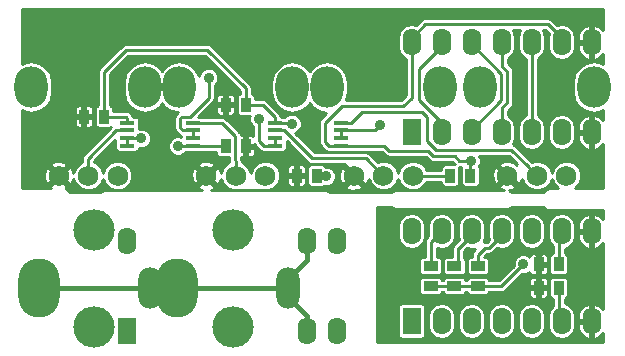
<source format=gbl>
%FSLAX46Y46*%
G04 Gerber Fmt 4.6, Leading zero omitted, Abs format (unit mm)*
G04 Created by KiCad (PCBNEW (2014-09-02 BZR 5112)-product) date 2015-04-11 10:31:41 PM*
%MOMM*%
G01*
G04 APERTURE LIST*
%ADD10C,0.100000*%
%ADD11R,1.574800X2.286000*%
%ADD12O,1.574800X2.286000*%
%ADD13R,0.812800X1.143000*%
%ADD14R,1.143000X0.812800*%
%ADD15R,1.300480X0.299720*%
%ADD16O,2.800000X3.500000*%
%ADD17C,1.750000*%
%ADD18O,3.500000X5.000000*%
%ADD19O,2.000000X3.500000*%
%ADD20O,3.500000X3.500000*%
%ADD21C,0.889000*%
%ADD22C,0.254000*%
%ADD23C,0.406400*%
G04 APERTURE END LIST*
D10*
D11*
X100330000Y-59690000D03*
D12*
X100330000Y-52070000D03*
X115570000Y-59690000D03*
X118110000Y-59690000D03*
X118110000Y-52070000D03*
X115570000Y-52070000D03*
D11*
X124380000Y-42810000D03*
D12*
X126920000Y-42810000D03*
X129460000Y-42810000D03*
X132000000Y-42810000D03*
X134540000Y-42810000D03*
X137080000Y-42810000D03*
X139620000Y-42810000D03*
X139620000Y-35190000D03*
X137080000Y-35190000D03*
X134540000Y-35190000D03*
X132000000Y-35190000D03*
X129460000Y-35190000D03*
X126920000Y-35190000D03*
X124380000Y-35190000D03*
D11*
X124380000Y-58810000D03*
D12*
X126920000Y-58810000D03*
X129460000Y-58810000D03*
X132000000Y-58810000D03*
X134540000Y-58810000D03*
X137080000Y-58810000D03*
X139620000Y-58810000D03*
X139620000Y-51190000D03*
X137080000Y-51190000D03*
X134540000Y-51190000D03*
X132000000Y-51190000D03*
X129460000Y-51190000D03*
X126920000Y-51190000D03*
X124380000Y-51190000D03*
D13*
X108649100Y-44000000D03*
X110350900Y-44000000D03*
X96649100Y-41500000D03*
X98350900Y-41500000D03*
X116350900Y-46500000D03*
X114649100Y-46500000D03*
X108649100Y-40500000D03*
X110350900Y-40500000D03*
X129350900Y-46500000D03*
X127649100Y-46500000D03*
D14*
X126000000Y-55850900D03*
X126000000Y-54149100D03*
X128000000Y-55850900D03*
X128000000Y-54149100D03*
X130000000Y-55850900D03*
X130000000Y-54149100D03*
D15*
X112806000Y-43955400D03*
X112806000Y-43320400D03*
X112806000Y-42660000D03*
X112806000Y-42025000D03*
X118394000Y-42025000D03*
X118394000Y-42672700D03*
X118394000Y-43320400D03*
X118394000Y-43968100D03*
D16*
X101800000Y-39000000D03*
X92200000Y-39000000D03*
D17*
X99500000Y-46500000D03*
X97000000Y-46500000D03*
X94500000Y-46500000D03*
D16*
X114300000Y-39000000D03*
X104700000Y-39000000D03*
D17*
X112000000Y-46500000D03*
X109500000Y-46500000D03*
X107000000Y-46500000D03*
D16*
X126800000Y-39000000D03*
X117200000Y-39000000D03*
D17*
X124500000Y-46500000D03*
X122000000Y-46500000D03*
X119500000Y-46500000D03*
D16*
X139800000Y-39000000D03*
X130200000Y-39000000D03*
D17*
X137500000Y-46500000D03*
X135000000Y-46500000D03*
X132500000Y-46500000D03*
D13*
X136850900Y-54000000D03*
X135149100Y-54000000D03*
X135149100Y-56000000D03*
X136850900Y-56000000D03*
D15*
X100306000Y-43955400D03*
X100306000Y-43320400D03*
X100306000Y-42660000D03*
X100306000Y-42025000D03*
X105894000Y-42025000D03*
X105894000Y-42672700D03*
X105894000Y-43320400D03*
X105894000Y-43968100D03*
D18*
X92800000Y-56000000D03*
D19*
X102200000Y-56000000D03*
D20*
X97500000Y-51100000D03*
X97500000Y-59300000D03*
D18*
X104550000Y-56000000D03*
D19*
X113950000Y-56000000D03*
D20*
X109250000Y-51100000D03*
X109250000Y-59300000D03*
D21*
X104600000Y-44000000D03*
X129400000Y-45229998D03*
X117158276Y-46563173D03*
X135150000Y-53000000D03*
X110246814Y-42874480D03*
X133300000Y-55950000D03*
X114562544Y-45229988D03*
X114250000Y-42100000D03*
X101500000Y-43350000D03*
X107200000Y-38200000D03*
X111480903Y-41694900D03*
X121700000Y-42200000D03*
X133850000Y-54000000D03*
D22*
X104631900Y-43968100D02*
X104600000Y-44000000D01*
X105894000Y-43968100D02*
X104631900Y-43968100D01*
X118394000Y-43968100D02*
X122068100Y-43968100D01*
X122068100Y-43968100D02*
X122500000Y-44400000D01*
X128042020Y-44842020D02*
X128429998Y-45229998D01*
X122500000Y-44400000D02*
X125783585Y-44400000D01*
X125783585Y-44400000D02*
X126225605Y-44842020D01*
X126225605Y-44842020D02*
X128042020Y-44842020D01*
X128429998Y-45229998D02*
X129400000Y-45229998D01*
X129350900Y-46500000D02*
X129350900Y-45279098D01*
X129350900Y-45279098D02*
X129400000Y-45229998D01*
X124380000Y-35190000D02*
X124380000Y-39920000D01*
X124380000Y-39920000D02*
X123700000Y-40600000D01*
X123700000Y-40600000D02*
X118468728Y-40600000D01*
X117055501Y-43655501D02*
X117368100Y-43968100D01*
X118468728Y-40600000D02*
X117055501Y-42013227D01*
X117055501Y-42013227D02*
X117055501Y-43655501D01*
X117368100Y-43968100D02*
X118394000Y-43968100D01*
X108617200Y-43968100D02*
X108649100Y-44000000D01*
X105894000Y-43968100D02*
X108617200Y-43968100D01*
X136850900Y-51419100D02*
X137080000Y-51190000D01*
X136850900Y-54000000D02*
X136850900Y-51419100D01*
X124380000Y-34834400D02*
X124380000Y-35190000D01*
X125548410Y-33665990D02*
X124380000Y-34834400D01*
X135911590Y-33665990D02*
X125548410Y-33665990D01*
X137080000Y-34834400D02*
X135911590Y-33665990D01*
X137080000Y-35190000D02*
X137080000Y-34834400D01*
X118412100Y-43950000D02*
X118394000Y-43968100D01*
X117095103Y-46500000D02*
X117158276Y-46563173D01*
X116350900Y-46500000D02*
X117095103Y-46500000D01*
X119500000Y-46500000D02*
X119525000Y-46500000D01*
X119525000Y-46500000D02*
X120777000Y-47752000D01*
X131248000Y-47752000D02*
X132500000Y-46500000D01*
X120777000Y-47752000D02*
X131248000Y-47752000D01*
X107000000Y-46500000D02*
X107000000Y-46548000D01*
X107000000Y-46548000D02*
X108204000Y-47752000D01*
X118248000Y-47752000D02*
X119500000Y-46500000D01*
X108204000Y-47752000D02*
X118248000Y-47752000D01*
X94500000Y-46500000D02*
X94506000Y-46500000D01*
X94506000Y-46500000D02*
X95758000Y-47752000D01*
X105748000Y-47752000D02*
X107000000Y-46500000D01*
X95758000Y-47752000D02*
X105748000Y-47752000D01*
X115500000Y-59560000D02*
X115500000Y-59200000D01*
X135149100Y-53000900D02*
X135150000Y-53000000D01*
X114500000Y-56550000D02*
X113950000Y-56000000D01*
X113950000Y-56000000D02*
X114400000Y-55550000D01*
X115500000Y-52295600D02*
X115500000Y-51940000D01*
X110350900Y-44000000D02*
X110350900Y-42978566D01*
X110350900Y-42978566D02*
X110246814Y-42874480D01*
X135099100Y-55950000D02*
X135149100Y-56000000D01*
X133300000Y-55950000D02*
X135099100Y-55950000D01*
X135149100Y-54000000D02*
X135149100Y-53000900D01*
X115508672Y-45547499D02*
X115191161Y-45229988D01*
X114649100Y-46500000D02*
X114649100Y-45316544D01*
X119500000Y-46500000D02*
X118547499Y-45547499D01*
X115191161Y-45229988D02*
X114562544Y-45229988D01*
X118547499Y-45547499D02*
X115508672Y-45547499D01*
X114649100Y-45316544D02*
X114562544Y-45229988D01*
D23*
X109283342Y-56000000D02*
X104550000Y-56000000D01*
X113950000Y-56000000D02*
X109283342Y-56000000D01*
X104550000Y-56000000D02*
X102200000Y-56000000D01*
X100793600Y-56000000D02*
X92800000Y-56000000D01*
X102200000Y-56000000D02*
X100793600Y-56000000D01*
X115570000Y-58370000D02*
X115570000Y-59690000D01*
X113950000Y-56750000D02*
X115570000Y-58370000D01*
X113950000Y-56000000D02*
X113950000Y-56750000D01*
X113950000Y-55250000D02*
X113950000Y-56000000D01*
X115570000Y-53630000D02*
X113950000Y-55250000D01*
X115570000Y-52070000D02*
X115570000Y-53630000D01*
D22*
X112806000Y-41621140D02*
X112806000Y-42025000D01*
X111765374Y-40500000D02*
X112806000Y-41540626D01*
X110350900Y-40500000D02*
X111765374Y-40500000D01*
X112806000Y-41540626D02*
X112806000Y-41621140D01*
X114175000Y-42025000D02*
X114250000Y-42100000D01*
X112806000Y-42025000D02*
X114175000Y-42025000D01*
X100306000Y-41621140D02*
X100306000Y-42025000D01*
X100184860Y-41500000D02*
X100306000Y-41621140D01*
X98350900Y-41500000D02*
X100184860Y-41500000D01*
X136850900Y-58580900D02*
X137080000Y-58810000D01*
X136850900Y-56000000D02*
X136850900Y-58580900D01*
X98350900Y-40674500D02*
X98350900Y-41500000D01*
X98350900Y-37699100D02*
X98350900Y-40674500D01*
X100200000Y-35850000D02*
X98350900Y-37699100D01*
X107100000Y-35850000D02*
X100200000Y-35850000D01*
X110350900Y-39100900D02*
X107100000Y-35850000D01*
X110350900Y-40500000D02*
X110350900Y-39100900D01*
X100306000Y-43320400D02*
X100306000Y-43955400D01*
X100335600Y-43350000D02*
X100306000Y-43320400D01*
X101500000Y-43350000D02*
X100335600Y-43350000D01*
X126920000Y-35190000D02*
X126920000Y-35545600D01*
X125018990Y-37446610D02*
X125018990Y-40114354D01*
X126920000Y-35545600D02*
X125018990Y-37446610D01*
X126920000Y-42015364D02*
X126920000Y-42810000D01*
X125018990Y-40114354D02*
X126920000Y-42015364D01*
X105894000Y-43320400D02*
X105894000Y-42672700D01*
X129460000Y-34834400D02*
X129460000Y-35190000D01*
X129460000Y-42608728D02*
X129460000Y-42810000D01*
X131981010Y-40087718D02*
X129460000Y-42608728D01*
X131981010Y-37912282D02*
X131981010Y-40087718D01*
X129460000Y-35391272D02*
X131981010Y-37912282D01*
X129460000Y-35190000D02*
X129460000Y-35391272D01*
X105022700Y-42672700D02*
X105894000Y-42672700D01*
X104800000Y-42450000D02*
X105022700Y-42672700D01*
X104800000Y-41633098D02*
X104800000Y-42450000D01*
X104938959Y-41494139D02*
X104800000Y-41633098D01*
X105605861Y-41494139D02*
X104938959Y-41494139D01*
X107200000Y-39900000D02*
X105605861Y-41494139D01*
X107200000Y-38200000D02*
X107200000Y-39900000D01*
X112806000Y-43955400D02*
X111855400Y-43955400D01*
X111855400Y-43955400D02*
X111480903Y-43580903D01*
X111480903Y-43580903D02*
X111480903Y-42323517D01*
X111480903Y-42323517D02*
X111480903Y-41694900D01*
X112806000Y-43955400D02*
X112806000Y-43320400D01*
X132000000Y-35190000D02*
X132000000Y-37212838D01*
X132489019Y-40298143D02*
X132000000Y-40787162D01*
X132000000Y-40787162D02*
X132000000Y-42810000D01*
X132000000Y-37212838D02*
X132489020Y-37701858D01*
X132489020Y-37701858D02*
X132489019Y-40298143D01*
X121227300Y-42672700D02*
X121255501Y-42644499D01*
X118394000Y-42672700D02*
X121227300Y-42672700D01*
X121255501Y-42644499D02*
X121700000Y-42200000D01*
X118394000Y-42672700D02*
X118394000Y-43320400D01*
X134540000Y-35190000D02*
X134540000Y-42810000D01*
X128350000Y-53799100D02*
X128350000Y-52650000D01*
X128000000Y-54149100D02*
X128350000Y-53799100D01*
X129460000Y-51545600D02*
X129460000Y-51190000D01*
X128418600Y-52587000D02*
X129460000Y-51545600D01*
X128413000Y-52587000D02*
X128418600Y-52587000D01*
X128350000Y-52650000D02*
X128413000Y-52587000D01*
X126000000Y-52110000D02*
X126920000Y-51190000D01*
X126000000Y-54149100D02*
X126000000Y-52110000D01*
X124500000Y-46500000D02*
X127649100Y-46500000D01*
X126000000Y-55850900D02*
X128000000Y-55850900D01*
X128000000Y-55850900D02*
X130000000Y-55850900D01*
X131999100Y-55850900D02*
X133850000Y-54000000D01*
X130000000Y-55850900D02*
X131999100Y-55850900D01*
X97000000Y-45262564D02*
X97000000Y-46500000D01*
X97000000Y-45061760D02*
X97000000Y-45262564D01*
X99401760Y-42660000D02*
X97000000Y-45061760D01*
X100306000Y-42660000D02*
X99401760Y-42660000D01*
X105894000Y-42025000D02*
X108337802Y-42025000D01*
X109436501Y-45199065D02*
X109500000Y-45262564D01*
X109436501Y-43123699D02*
X109436501Y-45199065D01*
X109500000Y-45262564D02*
X109500000Y-46500000D01*
X108337802Y-42025000D02*
X109436501Y-43123699D01*
X113588258Y-42660000D02*
X112806000Y-42660000D01*
X122000000Y-46500000D02*
X120539489Y-45039489D01*
X120539489Y-45039489D02*
X115967747Y-45039489D01*
X115967747Y-45039489D02*
X113588258Y-42660000D01*
X118394000Y-42025000D02*
X119298240Y-42025000D01*
X119298240Y-42025000D02*
X120215230Y-41108010D01*
X120215230Y-41108010D02*
X125294212Y-41108010D01*
X125700000Y-41513798D02*
X125700000Y-43597981D01*
X125294212Y-41108010D02*
X125700000Y-41513798D01*
X125700000Y-43597981D02*
X126436029Y-44334010D01*
X126436029Y-44334010D02*
X132834010Y-44334010D01*
X132834010Y-44334010D02*
X134125001Y-45625001D01*
X134125001Y-45625001D02*
X135000000Y-46500000D01*
X130958600Y-52587000D02*
X132000000Y-51545600D01*
X130603000Y-52587000D02*
X130958600Y-52587000D01*
X130000000Y-53190000D02*
X130603000Y-52587000D01*
X132000000Y-51545600D02*
X132000000Y-51190000D01*
X130000000Y-54149100D02*
X130000000Y-53190000D01*
G36*
X124160491Y-47719000D02*
X123044580Y-47719000D01*
X122745704Y-47778450D01*
X122604200Y-47873000D01*
X122135432Y-47873000D01*
X122126064Y-47869110D01*
X121875037Y-47868891D01*
X121865092Y-47873000D01*
X121135432Y-47873000D01*
X121126064Y-47869110D01*
X120875037Y-47868891D01*
X120865092Y-47873000D01*
X120243546Y-47873000D01*
X120243546Y-47423151D01*
X119500000Y-46679605D01*
X119320395Y-46859210D01*
X119320395Y-46500000D01*
X118576849Y-45756454D01*
X118394427Y-45853735D01*
X118231268Y-46326014D01*
X118261263Y-46824781D01*
X118394427Y-47146265D01*
X118576849Y-47243546D01*
X119320395Y-46500000D01*
X119320395Y-46859210D01*
X118756454Y-47423151D01*
X118853735Y-47605573D01*
X119326014Y-47768732D01*
X119824781Y-47738737D01*
X120146265Y-47605573D01*
X120243546Y-47423151D01*
X120243546Y-47873000D01*
X120135432Y-47873000D01*
X120126064Y-47869110D01*
X119875037Y-47868891D01*
X119865092Y-47873000D01*
X119135432Y-47873000D01*
X119126064Y-47869110D01*
X118875037Y-47868891D01*
X118865092Y-47873000D01*
X118135432Y-47873000D01*
X118126064Y-47869110D01*
X117983919Y-47868985D01*
X117983919Y-46399691D01*
X117858509Y-46096175D01*
X117626495Y-45863756D01*
X117323199Y-45737816D01*
X117090623Y-45737613D01*
X117080296Y-45712680D01*
X116973119Y-45605504D01*
X116833085Y-45547500D01*
X116681514Y-45547500D01*
X115868714Y-45547500D01*
X115728680Y-45605504D01*
X115621504Y-45712681D01*
X115563500Y-45852715D01*
X115563500Y-46004286D01*
X115563500Y-47147286D01*
X115621504Y-47287320D01*
X115728681Y-47394496D01*
X115868715Y-47452500D01*
X116020286Y-47452500D01*
X116833086Y-47452500D01*
X116973120Y-47394496D01*
X116983271Y-47384343D01*
X116993353Y-47388530D01*
X117321758Y-47388816D01*
X117625274Y-47263406D01*
X117857693Y-47031392D01*
X117983633Y-46728096D01*
X117983919Y-46399691D01*
X117983919Y-47868985D01*
X117875037Y-47868891D01*
X117865092Y-47873000D01*
X117483959Y-47873000D01*
X117342456Y-47778450D01*
X117043580Y-47719000D01*
X115436500Y-47719000D01*
X115436500Y-47147285D01*
X115436500Y-46995714D01*
X115436500Y-46722250D01*
X115436500Y-46277750D01*
X115436500Y-46004286D01*
X115436500Y-45852715D01*
X115378496Y-45712681D01*
X115271320Y-45605504D01*
X115131286Y-45547500D01*
X114871350Y-45547500D01*
X114776100Y-45642750D01*
X114776100Y-46373000D01*
X115341250Y-46373000D01*
X115436500Y-46277750D01*
X115436500Y-46722250D01*
X115341250Y-46627000D01*
X114776100Y-46627000D01*
X114776100Y-47357250D01*
X114871350Y-47452500D01*
X115131286Y-47452500D01*
X115271320Y-47394496D01*
X115378496Y-47287319D01*
X115436500Y-47147285D01*
X115436500Y-47719000D01*
X114522100Y-47719000D01*
X114522100Y-47357250D01*
X114522100Y-46627000D01*
X114522100Y-46373000D01*
X114522100Y-45642750D01*
X114426850Y-45547500D01*
X114166914Y-45547500D01*
X114026880Y-45605504D01*
X113919704Y-45712681D01*
X113861700Y-45852715D01*
X113861700Y-46004286D01*
X113861700Y-46277750D01*
X113956950Y-46373000D01*
X114522100Y-46373000D01*
X114522100Y-46627000D01*
X113956950Y-46627000D01*
X113861700Y-46722250D01*
X113861700Y-46995714D01*
X113861700Y-47147285D01*
X113919704Y-47287319D01*
X114026880Y-47394496D01*
X114166914Y-47452500D01*
X114426850Y-47452500D01*
X114522100Y-47357250D01*
X114522100Y-47719000D01*
X112338809Y-47719000D01*
X112710537Y-47565405D01*
X113064164Y-47212396D01*
X113255781Y-46750930D01*
X113256217Y-46251262D01*
X113065405Y-45789463D01*
X112712396Y-45435836D01*
X112250930Y-45244219D01*
X111751262Y-45243783D01*
X111289463Y-45434595D01*
X111138300Y-45585493D01*
X111138300Y-44647285D01*
X111138300Y-44495714D01*
X111138300Y-44222250D01*
X111043050Y-44127000D01*
X110477900Y-44127000D01*
X110477900Y-44857250D01*
X110573150Y-44952500D01*
X110833086Y-44952500D01*
X110973120Y-44894496D01*
X111080296Y-44787319D01*
X111138300Y-44647285D01*
X111138300Y-45585493D01*
X110935836Y-45787604D01*
X110749778Y-46235680D01*
X110565405Y-45789463D01*
X110212396Y-45435836D01*
X110008000Y-45350963D01*
X110008000Y-45262564D01*
X109969331Y-45068161D01*
X109969331Y-45068160D01*
X109944501Y-45031000D01*
X109944501Y-45030999D01*
X109944501Y-44952500D01*
X110128650Y-44952500D01*
X110223900Y-44857250D01*
X110223900Y-44127000D01*
X110203900Y-44127000D01*
X110203900Y-43873000D01*
X110223900Y-43873000D01*
X110223900Y-43142750D01*
X110128650Y-43047500D01*
X109929344Y-43047500D01*
X109905832Y-42929296D01*
X109795711Y-42764489D01*
X109436500Y-42405278D01*
X109436500Y-41147285D01*
X109436500Y-40995714D01*
X109436500Y-40722250D01*
X109436500Y-40277750D01*
X109436500Y-40004286D01*
X109436500Y-39852715D01*
X109378496Y-39712681D01*
X109271320Y-39605504D01*
X109131286Y-39547500D01*
X108871350Y-39547500D01*
X108776100Y-39642750D01*
X108776100Y-40373000D01*
X109341250Y-40373000D01*
X109436500Y-40277750D01*
X109436500Y-40722250D01*
X109341250Y-40627000D01*
X108776100Y-40627000D01*
X108776100Y-41357250D01*
X108871350Y-41452500D01*
X109131286Y-41452500D01*
X109271320Y-41394496D01*
X109378496Y-41287319D01*
X109436500Y-41147285D01*
X109436500Y-42405278D01*
X108697012Y-41665790D01*
X108532205Y-41555669D01*
X108522100Y-41553658D01*
X108522100Y-41357250D01*
X108522100Y-40627000D01*
X108522100Y-40373000D01*
X108522100Y-39642750D01*
X108426850Y-39547500D01*
X108166914Y-39547500D01*
X108026880Y-39605504D01*
X107919704Y-39712681D01*
X107861700Y-39852715D01*
X107861700Y-40004286D01*
X107861700Y-40277750D01*
X107956950Y-40373000D01*
X108522100Y-40373000D01*
X108522100Y-40627000D01*
X107956950Y-40627000D01*
X107861700Y-40722250D01*
X107861700Y-40995714D01*
X107861700Y-41147285D01*
X107919704Y-41287319D01*
X108026880Y-41394496D01*
X108166914Y-41452500D01*
X108426850Y-41452500D01*
X108522100Y-41357250D01*
X108522100Y-41553658D01*
X108337802Y-41517000D01*
X106675213Y-41517000D01*
X106620025Y-41494140D01*
X106468454Y-41494140D01*
X106324280Y-41494140D01*
X107559210Y-40259210D01*
X107669331Y-40094403D01*
X107708000Y-39900000D01*
X107708000Y-38859302D01*
X107899417Y-38668219D01*
X108025357Y-38364923D01*
X108025643Y-38036518D01*
X107900233Y-37733002D01*
X107668219Y-37500583D01*
X107364923Y-37374643D01*
X107036518Y-37374357D01*
X106733002Y-37499767D01*
X106500583Y-37731781D01*
X106374643Y-38035077D01*
X106374609Y-38073392D01*
X106345429Y-37926692D01*
X105959357Y-37348894D01*
X105381559Y-36962822D01*
X104700000Y-36827251D01*
X104018441Y-36962822D01*
X103440643Y-37348894D01*
X103250000Y-37634211D01*
X103059357Y-37348894D01*
X102481559Y-36962822D01*
X101800000Y-36827251D01*
X101118441Y-36962822D01*
X100540643Y-37348894D01*
X100154571Y-37926692D01*
X100019000Y-38608251D01*
X100019000Y-39391749D01*
X100154571Y-40073308D01*
X100540643Y-40651106D01*
X101118441Y-41037178D01*
X101800000Y-41172749D01*
X102481559Y-41037178D01*
X103059357Y-40651106D01*
X103250000Y-40365788D01*
X103440643Y-40651106D01*
X104018441Y-41037178D01*
X104568154Y-41146523D01*
X104440790Y-41273888D01*
X104330669Y-41438695D01*
X104292000Y-41633098D01*
X104292000Y-42450000D01*
X104330669Y-42644403D01*
X104440790Y-42809210D01*
X104663490Y-43031910D01*
X104828296Y-43142031D01*
X104828297Y-43142031D01*
X104860549Y-43148446D01*
X104862760Y-43148886D01*
X104862760Y-43215268D01*
X104764923Y-43174643D01*
X104436518Y-43174357D01*
X104133002Y-43299767D01*
X103900583Y-43531781D01*
X103774643Y-43835077D01*
X103774357Y-44163482D01*
X103899767Y-44466998D01*
X104131781Y-44699417D01*
X104435077Y-44825357D01*
X104763482Y-44825643D01*
X105066998Y-44700233D01*
X105268622Y-44498960D01*
X105319546Y-44498960D01*
X106620026Y-44498960D01*
X106675214Y-44476100D01*
X107861700Y-44476100D01*
X107861700Y-44647286D01*
X107919704Y-44787320D01*
X108026881Y-44894496D01*
X108166915Y-44952500D01*
X108318486Y-44952500D01*
X108928501Y-44952500D01*
X108928501Y-45199065D01*
X108961233Y-45363620D01*
X108789463Y-45434595D01*
X108435836Y-45787604D01*
X108244219Y-46249070D01*
X108244204Y-46266128D01*
X108238737Y-46175219D01*
X108105573Y-45853735D01*
X107923151Y-45756454D01*
X107743546Y-45936059D01*
X107743546Y-45576849D01*
X107646265Y-45394427D01*
X107173986Y-45231268D01*
X106675219Y-45261263D01*
X106353735Y-45394427D01*
X106256454Y-45576849D01*
X107000000Y-46320395D01*
X107743546Y-45576849D01*
X107743546Y-45936059D01*
X107179605Y-46500000D01*
X107923151Y-47243546D01*
X108105573Y-47146265D01*
X108243785Y-46746196D01*
X108243783Y-46748738D01*
X108434595Y-47210537D01*
X108787604Y-47564164D01*
X109160491Y-47719000D01*
X107372429Y-47719000D01*
X107646265Y-47605573D01*
X107743546Y-47423151D01*
X107000000Y-46679605D01*
X106820395Y-46859210D01*
X106820395Y-46500000D01*
X106076849Y-45756454D01*
X105894427Y-45853735D01*
X105731268Y-46326014D01*
X105761263Y-46824781D01*
X105894427Y-47146265D01*
X106076849Y-47243546D01*
X106820395Y-46500000D01*
X106820395Y-46859210D01*
X106256454Y-47423151D01*
X106353735Y-47605573D01*
X106682060Y-47719000D01*
X99838809Y-47719000D01*
X100210537Y-47565405D01*
X100564164Y-47212396D01*
X100755781Y-46750930D01*
X100756217Y-46251262D01*
X100565405Y-45789463D01*
X100212396Y-45435836D01*
X99750930Y-45244219D01*
X99251262Y-45243783D01*
X98789463Y-45434595D01*
X98435836Y-45787604D01*
X98249778Y-46235680D01*
X98065405Y-45789463D01*
X97712396Y-45435836D01*
X97508000Y-45350963D01*
X97508000Y-45272180D01*
X99274760Y-43505420D01*
X99274760Y-43546046D01*
X99312807Y-43637900D01*
X99274760Y-43729755D01*
X99274760Y-43881326D01*
X99274760Y-44181046D01*
X99332764Y-44321080D01*
X99439941Y-44428256D01*
X99579975Y-44486260D01*
X99731546Y-44486260D01*
X101032026Y-44486260D01*
X101172060Y-44428256D01*
X101279236Y-44321079D01*
X101337240Y-44181045D01*
X101337240Y-44175358D01*
X101663482Y-44175643D01*
X101966998Y-44050233D01*
X102199417Y-43818219D01*
X102325357Y-43514923D01*
X102325643Y-43186518D01*
X102200233Y-42883002D01*
X101968219Y-42650583D01*
X101664923Y-42524643D01*
X101337240Y-42524357D01*
X101337240Y-42434354D01*
X101299192Y-42342499D01*
X101337240Y-42250645D01*
X101337240Y-42099074D01*
X101337240Y-41799354D01*
X101279236Y-41659320D01*
X101172059Y-41552144D01*
X101032025Y-41494140D01*
X100880454Y-41494140D01*
X100788738Y-41494140D01*
X100775331Y-41426737D01*
X100665210Y-41261930D01*
X100544070Y-41140790D01*
X100379263Y-41030669D01*
X100184860Y-40992000D01*
X99138300Y-40992000D01*
X99138300Y-40852714D01*
X99080296Y-40712680D01*
X98973119Y-40605504D01*
X98858900Y-40558192D01*
X98858900Y-37909520D01*
X100410420Y-36358000D01*
X106889580Y-36358000D01*
X109842900Y-39311320D01*
X109842900Y-39558192D01*
X109728680Y-39605504D01*
X109621504Y-39712681D01*
X109563500Y-39852715D01*
X109563500Y-40004286D01*
X109563500Y-41147286D01*
X109621504Y-41287320D01*
X109728681Y-41394496D01*
X109868715Y-41452500D01*
X110020286Y-41452500D01*
X110687717Y-41452500D01*
X110655546Y-41529977D01*
X110655260Y-41858382D01*
X110780670Y-42161898D01*
X110972903Y-42354466D01*
X110972903Y-43105414D01*
X110833086Y-43047500D01*
X110573150Y-43047500D01*
X110477900Y-43142750D01*
X110477900Y-43873000D01*
X111043050Y-43873000D01*
X111063311Y-43852738D01*
X111121693Y-43940113D01*
X111496190Y-44314610D01*
X111660997Y-44424731D01*
X111855400Y-44463400D01*
X112024786Y-44463400D01*
X112079975Y-44486260D01*
X112231546Y-44486260D01*
X113532026Y-44486260D01*
X113672060Y-44428256D01*
X113779236Y-44321079D01*
X113837240Y-44181045D01*
X113837240Y-44029474D01*
X113837240Y-43729754D01*
X113799192Y-43637899D01*
X113813411Y-43603573D01*
X115608537Y-45398700D01*
X115773344Y-45508820D01*
X115967747Y-45547489D01*
X118772110Y-45547489D01*
X118756454Y-45576849D01*
X119500000Y-46320395D01*
X119514142Y-46306252D01*
X119693747Y-46485857D01*
X119679605Y-46500000D01*
X120423151Y-47243546D01*
X120605573Y-47146265D01*
X120743785Y-46746196D01*
X120743783Y-46748738D01*
X120934595Y-47210537D01*
X121287604Y-47564164D01*
X121749070Y-47755781D01*
X122248738Y-47756217D01*
X122710537Y-47565405D01*
X123064164Y-47212396D01*
X123250221Y-46764319D01*
X123434595Y-47210537D01*
X123787604Y-47564164D01*
X124160491Y-47719000D01*
X124160491Y-47719000D01*
G37*
X124160491Y-47719000D02*
X123044580Y-47719000D01*
X122745704Y-47778450D01*
X122604200Y-47873000D01*
X122135432Y-47873000D01*
X122126064Y-47869110D01*
X121875037Y-47868891D01*
X121865092Y-47873000D01*
X121135432Y-47873000D01*
X121126064Y-47869110D01*
X120875037Y-47868891D01*
X120865092Y-47873000D01*
X120243546Y-47873000D01*
X120243546Y-47423151D01*
X119500000Y-46679605D01*
X119320395Y-46859210D01*
X119320395Y-46500000D01*
X118576849Y-45756454D01*
X118394427Y-45853735D01*
X118231268Y-46326014D01*
X118261263Y-46824781D01*
X118394427Y-47146265D01*
X118576849Y-47243546D01*
X119320395Y-46500000D01*
X119320395Y-46859210D01*
X118756454Y-47423151D01*
X118853735Y-47605573D01*
X119326014Y-47768732D01*
X119824781Y-47738737D01*
X120146265Y-47605573D01*
X120243546Y-47423151D01*
X120243546Y-47873000D01*
X120135432Y-47873000D01*
X120126064Y-47869110D01*
X119875037Y-47868891D01*
X119865092Y-47873000D01*
X119135432Y-47873000D01*
X119126064Y-47869110D01*
X118875037Y-47868891D01*
X118865092Y-47873000D01*
X118135432Y-47873000D01*
X118126064Y-47869110D01*
X117983919Y-47868985D01*
X117983919Y-46399691D01*
X117858509Y-46096175D01*
X117626495Y-45863756D01*
X117323199Y-45737816D01*
X117090623Y-45737613D01*
X117080296Y-45712680D01*
X116973119Y-45605504D01*
X116833085Y-45547500D01*
X116681514Y-45547500D01*
X115868714Y-45547500D01*
X115728680Y-45605504D01*
X115621504Y-45712681D01*
X115563500Y-45852715D01*
X115563500Y-46004286D01*
X115563500Y-47147286D01*
X115621504Y-47287320D01*
X115728681Y-47394496D01*
X115868715Y-47452500D01*
X116020286Y-47452500D01*
X116833086Y-47452500D01*
X116973120Y-47394496D01*
X116983271Y-47384343D01*
X116993353Y-47388530D01*
X117321758Y-47388816D01*
X117625274Y-47263406D01*
X117857693Y-47031392D01*
X117983633Y-46728096D01*
X117983919Y-46399691D01*
X117983919Y-47868985D01*
X117875037Y-47868891D01*
X117865092Y-47873000D01*
X117483959Y-47873000D01*
X117342456Y-47778450D01*
X117043580Y-47719000D01*
X115436500Y-47719000D01*
X115436500Y-47147285D01*
X115436500Y-46995714D01*
X115436500Y-46722250D01*
X115436500Y-46277750D01*
X115436500Y-46004286D01*
X115436500Y-45852715D01*
X115378496Y-45712681D01*
X115271320Y-45605504D01*
X115131286Y-45547500D01*
X114871350Y-45547500D01*
X114776100Y-45642750D01*
X114776100Y-46373000D01*
X115341250Y-46373000D01*
X115436500Y-46277750D01*
X115436500Y-46722250D01*
X115341250Y-46627000D01*
X114776100Y-46627000D01*
X114776100Y-47357250D01*
X114871350Y-47452500D01*
X115131286Y-47452500D01*
X115271320Y-47394496D01*
X115378496Y-47287319D01*
X115436500Y-47147285D01*
X115436500Y-47719000D01*
X114522100Y-47719000D01*
X114522100Y-47357250D01*
X114522100Y-46627000D01*
X114522100Y-46373000D01*
X114522100Y-45642750D01*
X114426850Y-45547500D01*
X114166914Y-45547500D01*
X114026880Y-45605504D01*
X113919704Y-45712681D01*
X113861700Y-45852715D01*
X113861700Y-46004286D01*
X113861700Y-46277750D01*
X113956950Y-46373000D01*
X114522100Y-46373000D01*
X114522100Y-46627000D01*
X113956950Y-46627000D01*
X113861700Y-46722250D01*
X113861700Y-46995714D01*
X113861700Y-47147285D01*
X113919704Y-47287319D01*
X114026880Y-47394496D01*
X114166914Y-47452500D01*
X114426850Y-47452500D01*
X114522100Y-47357250D01*
X114522100Y-47719000D01*
X112338809Y-47719000D01*
X112710537Y-47565405D01*
X113064164Y-47212396D01*
X113255781Y-46750930D01*
X113256217Y-46251262D01*
X113065405Y-45789463D01*
X112712396Y-45435836D01*
X112250930Y-45244219D01*
X111751262Y-45243783D01*
X111289463Y-45434595D01*
X111138300Y-45585493D01*
X111138300Y-44647285D01*
X111138300Y-44495714D01*
X111138300Y-44222250D01*
X111043050Y-44127000D01*
X110477900Y-44127000D01*
X110477900Y-44857250D01*
X110573150Y-44952500D01*
X110833086Y-44952500D01*
X110973120Y-44894496D01*
X111080296Y-44787319D01*
X111138300Y-44647285D01*
X111138300Y-45585493D01*
X110935836Y-45787604D01*
X110749778Y-46235680D01*
X110565405Y-45789463D01*
X110212396Y-45435836D01*
X110008000Y-45350963D01*
X110008000Y-45262564D01*
X109969331Y-45068161D01*
X109969331Y-45068160D01*
X109944501Y-45031000D01*
X109944501Y-45030999D01*
X109944501Y-44952500D01*
X110128650Y-44952500D01*
X110223900Y-44857250D01*
X110223900Y-44127000D01*
X110203900Y-44127000D01*
X110203900Y-43873000D01*
X110223900Y-43873000D01*
X110223900Y-43142750D01*
X110128650Y-43047500D01*
X109929344Y-43047500D01*
X109905832Y-42929296D01*
X109795711Y-42764489D01*
X109436500Y-42405278D01*
X109436500Y-41147285D01*
X109436500Y-40995714D01*
X109436500Y-40722250D01*
X109436500Y-40277750D01*
X109436500Y-40004286D01*
X109436500Y-39852715D01*
X109378496Y-39712681D01*
X109271320Y-39605504D01*
X109131286Y-39547500D01*
X108871350Y-39547500D01*
X108776100Y-39642750D01*
X108776100Y-40373000D01*
X109341250Y-40373000D01*
X109436500Y-40277750D01*
X109436500Y-40722250D01*
X109341250Y-40627000D01*
X108776100Y-40627000D01*
X108776100Y-41357250D01*
X108871350Y-41452500D01*
X109131286Y-41452500D01*
X109271320Y-41394496D01*
X109378496Y-41287319D01*
X109436500Y-41147285D01*
X109436500Y-42405278D01*
X108697012Y-41665790D01*
X108532205Y-41555669D01*
X108522100Y-41553658D01*
X108522100Y-41357250D01*
X108522100Y-40627000D01*
X108522100Y-40373000D01*
X108522100Y-39642750D01*
X108426850Y-39547500D01*
X108166914Y-39547500D01*
X108026880Y-39605504D01*
X107919704Y-39712681D01*
X107861700Y-39852715D01*
X107861700Y-40004286D01*
X107861700Y-40277750D01*
X107956950Y-40373000D01*
X108522100Y-40373000D01*
X108522100Y-40627000D01*
X107956950Y-40627000D01*
X107861700Y-40722250D01*
X107861700Y-40995714D01*
X107861700Y-41147285D01*
X107919704Y-41287319D01*
X108026880Y-41394496D01*
X108166914Y-41452500D01*
X108426850Y-41452500D01*
X108522100Y-41357250D01*
X108522100Y-41553658D01*
X108337802Y-41517000D01*
X106675213Y-41517000D01*
X106620025Y-41494140D01*
X106468454Y-41494140D01*
X106324280Y-41494140D01*
X107559210Y-40259210D01*
X107669331Y-40094403D01*
X107708000Y-39900000D01*
X107708000Y-38859302D01*
X107899417Y-38668219D01*
X108025357Y-38364923D01*
X108025643Y-38036518D01*
X107900233Y-37733002D01*
X107668219Y-37500583D01*
X107364923Y-37374643D01*
X107036518Y-37374357D01*
X106733002Y-37499767D01*
X106500583Y-37731781D01*
X106374643Y-38035077D01*
X106374609Y-38073392D01*
X106345429Y-37926692D01*
X105959357Y-37348894D01*
X105381559Y-36962822D01*
X104700000Y-36827251D01*
X104018441Y-36962822D01*
X103440643Y-37348894D01*
X103250000Y-37634211D01*
X103059357Y-37348894D01*
X102481559Y-36962822D01*
X101800000Y-36827251D01*
X101118441Y-36962822D01*
X100540643Y-37348894D01*
X100154571Y-37926692D01*
X100019000Y-38608251D01*
X100019000Y-39391749D01*
X100154571Y-40073308D01*
X100540643Y-40651106D01*
X101118441Y-41037178D01*
X101800000Y-41172749D01*
X102481559Y-41037178D01*
X103059357Y-40651106D01*
X103250000Y-40365788D01*
X103440643Y-40651106D01*
X104018441Y-41037178D01*
X104568154Y-41146523D01*
X104440790Y-41273888D01*
X104330669Y-41438695D01*
X104292000Y-41633098D01*
X104292000Y-42450000D01*
X104330669Y-42644403D01*
X104440790Y-42809210D01*
X104663490Y-43031910D01*
X104828296Y-43142031D01*
X104828297Y-43142031D01*
X104860549Y-43148446D01*
X104862760Y-43148886D01*
X104862760Y-43215268D01*
X104764923Y-43174643D01*
X104436518Y-43174357D01*
X104133002Y-43299767D01*
X103900583Y-43531781D01*
X103774643Y-43835077D01*
X103774357Y-44163482D01*
X103899767Y-44466998D01*
X104131781Y-44699417D01*
X104435077Y-44825357D01*
X104763482Y-44825643D01*
X105066998Y-44700233D01*
X105268622Y-44498960D01*
X105319546Y-44498960D01*
X106620026Y-44498960D01*
X106675214Y-44476100D01*
X107861700Y-44476100D01*
X107861700Y-44647286D01*
X107919704Y-44787320D01*
X108026881Y-44894496D01*
X108166915Y-44952500D01*
X108318486Y-44952500D01*
X108928501Y-44952500D01*
X108928501Y-45199065D01*
X108961233Y-45363620D01*
X108789463Y-45434595D01*
X108435836Y-45787604D01*
X108244219Y-46249070D01*
X108244204Y-46266128D01*
X108238737Y-46175219D01*
X108105573Y-45853735D01*
X107923151Y-45756454D01*
X107743546Y-45936059D01*
X107743546Y-45576849D01*
X107646265Y-45394427D01*
X107173986Y-45231268D01*
X106675219Y-45261263D01*
X106353735Y-45394427D01*
X106256454Y-45576849D01*
X107000000Y-46320395D01*
X107743546Y-45576849D01*
X107743546Y-45936059D01*
X107179605Y-46500000D01*
X107923151Y-47243546D01*
X108105573Y-47146265D01*
X108243785Y-46746196D01*
X108243783Y-46748738D01*
X108434595Y-47210537D01*
X108787604Y-47564164D01*
X109160491Y-47719000D01*
X107372429Y-47719000D01*
X107646265Y-47605573D01*
X107743546Y-47423151D01*
X107000000Y-46679605D01*
X106820395Y-46859210D01*
X106820395Y-46500000D01*
X106076849Y-45756454D01*
X105894427Y-45853735D01*
X105731268Y-46326014D01*
X105761263Y-46824781D01*
X105894427Y-47146265D01*
X106076849Y-47243546D01*
X106820395Y-46500000D01*
X106820395Y-46859210D01*
X106256454Y-47423151D01*
X106353735Y-47605573D01*
X106682060Y-47719000D01*
X99838809Y-47719000D01*
X100210537Y-47565405D01*
X100564164Y-47212396D01*
X100755781Y-46750930D01*
X100756217Y-46251262D01*
X100565405Y-45789463D01*
X100212396Y-45435836D01*
X99750930Y-45244219D01*
X99251262Y-45243783D01*
X98789463Y-45434595D01*
X98435836Y-45787604D01*
X98249778Y-46235680D01*
X98065405Y-45789463D01*
X97712396Y-45435836D01*
X97508000Y-45350963D01*
X97508000Y-45272180D01*
X99274760Y-43505420D01*
X99274760Y-43546046D01*
X99312807Y-43637900D01*
X99274760Y-43729755D01*
X99274760Y-43881326D01*
X99274760Y-44181046D01*
X99332764Y-44321080D01*
X99439941Y-44428256D01*
X99579975Y-44486260D01*
X99731546Y-44486260D01*
X101032026Y-44486260D01*
X101172060Y-44428256D01*
X101279236Y-44321079D01*
X101337240Y-44181045D01*
X101337240Y-44175358D01*
X101663482Y-44175643D01*
X101966998Y-44050233D01*
X102199417Y-43818219D01*
X102325357Y-43514923D01*
X102325643Y-43186518D01*
X102200233Y-42883002D01*
X101968219Y-42650583D01*
X101664923Y-42524643D01*
X101337240Y-42524357D01*
X101337240Y-42434354D01*
X101299192Y-42342499D01*
X101337240Y-42250645D01*
X101337240Y-42099074D01*
X101337240Y-41799354D01*
X101279236Y-41659320D01*
X101172059Y-41552144D01*
X101032025Y-41494140D01*
X100880454Y-41494140D01*
X100788738Y-41494140D01*
X100775331Y-41426737D01*
X100665210Y-41261930D01*
X100544070Y-41140790D01*
X100379263Y-41030669D01*
X100184860Y-40992000D01*
X99138300Y-40992000D01*
X99138300Y-40852714D01*
X99080296Y-40712680D01*
X98973119Y-40605504D01*
X98858900Y-40558192D01*
X98858900Y-37909520D01*
X100410420Y-36358000D01*
X106889580Y-36358000D01*
X109842900Y-39311320D01*
X109842900Y-39558192D01*
X109728680Y-39605504D01*
X109621504Y-39712681D01*
X109563500Y-39852715D01*
X109563500Y-40004286D01*
X109563500Y-41147286D01*
X109621504Y-41287320D01*
X109728681Y-41394496D01*
X109868715Y-41452500D01*
X110020286Y-41452500D01*
X110687717Y-41452500D01*
X110655546Y-41529977D01*
X110655260Y-41858382D01*
X110780670Y-42161898D01*
X110972903Y-42354466D01*
X110972903Y-43105414D01*
X110833086Y-43047500D01*
X110573150Y-43047500D01*
X110477900Y-43142750D01*
X110477900Y-43873000D01*
X111043050Y-43873000D01*
X111063311Y-43852738D01*
X111121693Y-43940113D01*
X111496190Y-44314610D01*
X111660997Y-44424731D01*
X111855400Y-44463400D01*
X112024786Y-44463400D01*
X112079975Y-44486260D01*
X112231546Y-44486260D01*
X113532026Y-44486260D01*
X113672060Y-44428256D01*
X113779236Y-44321079D01*
X113837240Y-44181045D01*
X113837240Y-44029474D01*
X113837240Y-43729754D01*
X113799192Y-43637899D01*
X113813411Y-43603573D01*
X115608537Y-45398700D01*
X115773344Y-45508820D01*
X115967747Y-45547489D01*
X118772110Y-45547489D01*
X118756454Y-45576849D01*
X119500000Y-46320395D01*
X119514142Y-46306252D01*
X119693747Y-46485857D01*
X119679605Y-46500000D01*
X120423151Y-47243546D01*
X120605573Y-47146265D01*
X120743785Y-46746196D01*
X120743783Y-46748738D01*
X120934595Y-47210537D01*
X121287604Y-47564164D01*
X121749070Y-47755781D01*
X122248738Y-47756217D01*
X122710537Y-47565405D01*
X123064164Y-47212396D01*
X123250221Y-46764319D01*
X123434595Y-47210537D01*
X123787604Y-47564164D01*
X124160491Y-47719000D01*
G36*
X136799250Y-47569000D02*
X136000000Y-47569000D01*
X135835063Y-47601808D01*
X135695237Y-47695237D01*
X135601808Y-47835063D01*
X135595041Y-47869082D01*
X135375037Y-47868891D01*
X135365092Y-47873000D01*
X134635432Y-47873000D01*
X134626064Y-47869110D01*
X134375037Y-47868891D01*
X134365092Y-47873000D01*
X133635432Y-47873000D01*
X133626064Y-47869110D01*
X133375037Y-47868891D01*
X133365092Y-47873000D01*
X132895799Y-47873000D01*
X132754296Y-47778450D01*
X132617356Y-47751211D01*
X132824781Y-47738737D01*
X133146265Y-47605573D01*
X133243546Y-47423151D01*
X132500000Y-46679605D01*
X132320395Y-46859210D01*
X132320395Y-46500000D01*
X131576849Y-45756454D01*
X131394427Y-45853735D01*
X131231268Y-46326014D01*
X131261263Y-46824781D01*
X131394427Y-47146265D01*
X131576849Y-47243546D01*
X132320395Y-46500000D01*
X132320395Y-46859210D01*
X131756454Y-47423151D01*
X131853735Y-47605573D01*
X132182060Y-47719000D01*
X124838809Y-47719000D01*
X125210537Y-47565405D01*
X125564164Y-47212396D01*
X125649036Y-47008000D01*
X126861700Y-47008000D01*
X126861700Y-47147286D01*
X126919704Y-47287320D01*
X127026881Y-47394496D01*
X127166915Y-47452500D01*
X127318486Y-47452500D01*
X128131286Y-47452500D01*
X128271320Y-47394496D01*
X128378496Y-47287319D01*
X128436500Y-47147285D01*
X128436500Y-46995714D01*
X128436500Y-45852714D01*
X128385300Y-45729107D01*
X128429998Y-45737998D01*
X128611017Y-45737998D01*
X128563500Y-45852715D01*
X128563500Y-46004286D01*
X128563500Y-47147286D01*
X128621504Y-47287320D01*
X128728681Y-47394496D01*
X128868715Y-47452500D01*
X129020286Y-47452500D01*
X129833086Y-47452500D01*
X129973120Y-47394496D01*
X130080296Y-47287319D01*
X130138300Y-47147285D01*
X130138300Y-46995714D01*
X130138300Y-45852714D01*
X130081651Y-45715951D01*
X130099417Y-45698217D01*
X130225357Y-45394921D01*
X130225643Y-45066516D01*
X130132879Y-44842010D01*
X132623590Y-44842010D01*
X133300986Y-45519405D01*
X133243544Y-45576847D01*
X133146265Y-45394427D01*
X132673986Y-45231268D01*
X132175219Y-45261263D01*
X131853735Y-45394427D01*
X131756454Y-45576849D01*
X132500000Y-46320395D01*
X132514142Y-46306252D01*
X132693747Y-46485857D01*
X132679605Y-46500000D01*
X133423151Y-47243546D01*
X133605573Y-47146265D01*
X133743785Y-46746196D01*
X133743783Y-46748738D01*
X133934595Y-47210537D01*
X134287604Y-47564164D01*
X134749070Y-47755781D01*
X135248738Y-47756217D01*
X135710537Y-47565405D01*
X136064164Y-47212396D01*
X136250221Y-46764319D01*
X136434595Y-47210537D01*
X136787604Y-47564164D01*
X136799250Y-47569000D01*
X136799250Y-47569000D01*
G37*
X136799250Y-47569000D02*
X136000000Y-47569000D01*
X135835063Y-47601808D01*
X135695237Y-47695237D01*
X135601808Y-47835063D01*
X135595041Y-47869082D01*
X135375037Y-47868891D01*
X135365092Y-47873000D01*
X134635432Y-47873000D01*
X134626064Y-47869110D01*
X134375037Y-47868891D01*
X134365092Y-47873000D01*
X133635432Y-47873000D01*
X133626064Y-47869110D01*
X133375037Y-47868891D01*
X133365092Y-47873000D01*
X132895799Y-47873000D01*
X132754296Y-47778450D01*
X132617356Y-47751211D01*
X132824781Y-47738737D01*
X133146265Y-47605573D01*
X133243546Y-47423151D01*
X132500000Y-46679605D01*
X132320395Y-46859210D01*
X132320395Y-46500000D01*
X131576849Y-45756454D01*
X131394427Y-45853735D01*
X131231268Y-46326014D01*
X131261263Y-46824781D01*
X131394427Y-47146265D01*
X131576849Y-47243546D01*
X132320395Y-46500000D01*
X132320395Y-46859210D01*
X131756454Y-47423151D01*
X131853735Y-47605573D01*
X132182060Y-47719000D01*
X124838809Y-47719000D01*
X125210537Y-47565405D01*
X125564164Y-47212396D01*
X125649036Y-47008000D01*
X126861700Y-47008000D01*
X126861700Y-47147286D01*
X126919704Y-47287320D01*
X127026881Y-47394496D01*
X127166915Y-47452500D01*
X127318486Y-47452500D01*
X128131286Y-47452500D01*
X128271320Y-47394496D01*
X128378496Y-47287319D01*
X128436500Y-47147285D01*
X128436500Y-46995714D01*
X128436500Y-45852714D01*
X128385300Y-45729107D01*
X128429998Y-45737998D01*
X128611017Y-45737998D01*
X128563500Y-45852715D01*
X128563500Y-46004286D01*
X128563500Y-47147286D01*
X128621504Y-47287320D01*
X128728681Y-47394496D01*
X128868715Y-47452500D01*
X129020286Y-47452500D01*
X129833086Y-47452500D01*
X129973120Y-47394496D01*
X130080296Y-47287319D01*
X130138300Y-47147285D01*
X130138300Y-46995714D01*
X130138300Y-45852714D01*
X130081651Y-45715951D01*
X130099417Y-45698217D01*
X130225357Y-45394921D01*
X130225643Y-45066516D01*
X130132879Y-44842010D01*
X132623590Y-44842010D01*
X133300986Y-45519405D01*
X133243544Y-45576847D01*
X133146265Y-45394427D01*
X132673986Y-45231268D01*
X132175219Y-45261263D01*
X131853735Y-45394427D01*
X131756454Y-45576849D01*
X132500000Y-46320395D01*
X132514142Y-46306252D01*
X132693747Y-46485857D01*
X132679605Y-46500000D01*
X133423151Y-47243546D01*
X133605573Y-47146265D01*
X133743785Y-46746196D01*
X133743783Y-46748738D01*
X133934595Y-47210537D01*
X134287604Y-47564164D01*
X134749070Y-47755781D01*
X135248738Y-47756217D01*
X135710537Y-47565405D01*
X136064164Y-47212396D01*
X136250221Y-46764319D01*
X136434595Y-47210537D01*
X136787604Y-47564164D01*
X136799250Y-47569000D01*
G36*
X140569000Y-47569000D02*
X139493000Y-47569000D01*
X139493000Y-44231209D01*
X139493000Y-42937000D01*
X139493000Y-42683000D01*
X139493000Y-41388791D01*
X139312869Y-41327090D01*
X138883619Y-41538414D01*
X138589140Y-41889940D01*
X138451600Y-42327400D01*
X138451600Y-42683000D01*
X139493000Y-42683000D01*
X139493000Y-42937000D01*
X138451600Y-42937000D01*
X138451600Y-43292600D01*
X138589140Y-43730060D01*
X138883619Y-44081586D01*
X139312869Y-44292910D01*
X139493000Y-44231209D01*
X139493000Y-47569000D01*
X138201836Y-47569000D01*
X138210537Y-47565405D01*
X138564164Y-47212396D01*
X138755781Y-46750930D01*
X138756217Y-46251262D01*
X138565405Y-45789463D01*
X138248400Y-45471903D01*
X138248400Y-43195457D01*
X138248400Y-42424543D01*
X138159461Y-41977416D01*
X137906184Y-41598359D01*
X137527127Y-41345082D01*
X137080000Y-41256143D01*
X136632873Y-41345082D01*
X136253816Y-41598359D01*
X136000539Y-41977416D01*
X135911600Y-42424543D01*
X135911600Y-43195457D01*
X136000539Y-43642584D01*
X136253816Y-44021641D01*
X136632873Y-44274918D01*
X137080000Y-44363857D01*
X137527127Y-44274918D01*
X137906184Y-44021641D01*
X138159461Y-43642584D01*
X138248400Y-43195457D01*
X138248400Y-45471903D01*
X138212396Y-45435836D01*
X137750930Y-45244219D01*
X137251262Y-45243783D01*
X136789463Y-45434595D01*
X136435836Y-45787604D01*
X136249778Y-46235680D01*
X136065405Y-45789463D01*
X135712396Y-45435836D01*
X135250930Y-45244219D01*
X134751262Y-45243783D01*
X134546718Y-45328298D01*
X134484211Y-45265791D01*
X133193220Y-43974800D01*
X133028413Y-43864679D01*
X132942483Y-43847586D01*
X133079461Y-43642584D01*
X133168400Y-43195457D01*
X133168400Y-42424543D01*
X133079461Y-41977416D01*
X132826184Y-41598359D01*
X132508000Y-41385755D01*
X132508000Y-40997582D01*
X132848229Y-40657353D01*
X132958350Y-40492547D01*
X132958350Y-40492546D01*
X132964765Y-40460293D01*
X132997018Y-40298143D01*
X132997019Y-40298143D01*
X132997020Y-37701858D01*
X132958351Y-37507455D01*
X132848230Y-37342648D01*
X132508000Y-37002418D01*
X132508000Y-36614244D01*
X132826184Y-36401641D01*
X133079461Y-36022584D01*
X133168400Y-35575457D01*
X133168400Y-34804543D01*
X133079461Y-34357416D01*
X132956900Y-34173990D01*
X133583099Y-34173990D01*
X133460539Y-34357416D01*
X133371600Y-34804543D01*
X133371600Y-35575457D01*
X133460539Y-36022584D01*
X133713816Y-36401641D01*
X134032000Y-36614244D01*
X134032000Y-41385755D01*
X133713816Y-41598359D01*
X133460539Y-41977416D01*
X133371600Y-42424543D01*
X133371600Y-43195457D01*
X133460539Y-43642584D01*
X133713816Y-44021641D01*
X134092873Y-44274918D01*
X134540000Y-44363857D01*
X134987127Y-44274918D01*
X135366184Y-44021641D01*
X135619461Y-43642584D01*
X135708400Y-43195457D01*
X135708400Y-42424543D01*
X135619461Y-41977416D01*
X135366184Y-41598359D01*
X135048000Y-41385755D01*
X135048000Y-36614244D01*
X135366184Y-36401641D01*
X135619461Y-36022584D01*
X135708400Y-35575457D01*
X135708400Y-34804543D01*
X135619461Y-34357416D01*
X135496900Y-34173990D01*
X135701169Y-34173990D01*
X135981302Y-34454122D01*
X135911600Y-34804543D01*
X135911600Y-35575457D01*
X136000539Y-36022584D01*
X136253816Y-36401641D01*
X136632873Y-36654918D01*
X137080000Y-36743857D01*
X137527127Y-36654918D01*
X137906184Y-36401641D01*
X138159461Y-36022584D01*
X138248400Y-35575457D01*
X138248400Y-34804543D01*
X138159461Y-34357416D01*
X137906184Y-33978359D01*
X137527127Y-33725082D01*
X137080000Y-33636143D01*
X136679773Y-33715753D01*
X136270800Y-33306780D01*
X136105993Y-33196659D01*
X135911590Y-33157990D01*
X125548410Y-33157990D01*
X125386259Y-33190243D01*
X125354006Y-33196659D01*
X125189200Y-33306780D01*
X124780226Y-33715753D01*
X124380000Y-33636143D01*
X123932873Y-33725082D01*
X123553816Y-33978359D01*
X123300539Y-34357416D01*
X123211600Y-34804543D01*
X123211600Y-35575457D01*
X123300539Y-36022584D01*
X123553816Y-36401641D01*
X123872000Y-36614244D01*
X123872000Y-39709580D01*
X123489580Y-40092000D01*
X118832939Y-40092000D01*
X118845429Y-40073308D01*
X118981000Y-39391749D01*
X118981000Y-38608251D01*
X118845429Y-37926692D01*
X118459357Y-37348894D01*
X117881559Y-36962822D01*
X117200000Y-36827251D01*
X116518441Y-36962822D01*
X115940643Y-37348894D01*
X115750000Y-37634211D01*
X115559357Y-37348894D01*
X114981559Y-36962822D01*
X114300000Y-36827251D01*
X113618441Y-36962822D01*
X113040643Y-37348894D01*
X112654571Y-37926692D01*
X112519000Y-38608251D01*
X112519000Y-39391749D01*
X112654571Y-40073308D01*
X113040643Y-40651106D01*
X113618441Y-41037178D01*
X114300000Y-41172749D01*
X114981559Y-41037178D01*
X115559357Y-40651106D01*
X115750000Y-40365788D01*
X115940643Y-40651106D01*
X116518441Y-41037178D01*
X117181282Y-41169025D01*
X116696291Y-41654017D01*
X116586170Y-41818824D01*
X116547501Y-42013227D01*
X116547501Y-43655501D01*
X116586170Y-43849904D01*
X116696291Y-44014711D01*
X117008890Y-44327310D01*
X117173697Y-44437431D01*
X117368100Y-44476100D01*
X117612786Y-44476100D01*
X117667975Y-44498960D01*
X117819546Y-44498960D01*
X119120026Y-44498960D01*
X119175214Y-44476100D01*
X121857680Y-44476100D01*
X122140790Y-44759210D01*
X122305597Y-44869331D01*
X122500000Y-44908000D01*
X125573165Y-44908000D01*
X125866395Y-45201230D01*
X126031202Y-45311351D01*
X126225605Y-45350020D01*
X127831600Y-45350020D01*
X128029080Y-45547500D01*
X127979714Y-45547500D01*
X127166914Y-45547500D01*
X127026880Y-45605504D01*
X126919704Y-45712681D01*
X126861700Y-45852715D01*
X126861700Y-45992000D01*
X125649091Y-45992000D01*
X125565405Y-45789463D01*
X125212396Y-45435836D01*
X124750930Y-45244219D01*
X124251262Y-45243783D01*
X123789463Y-45434595D01*
X123435836Y-45787604D01*
X123249778Y-46235680D01*
X123065405Y-45789463D01*
X122712396Y-45435836D01*
X122250930Y-45244219D01*
X121751262Y-45243783D01*
X121546719Y-45328298D01*
X120898699Y-44680279D01*
X120733892Y-44570158D01*
X120539489Y-44531489D01*
X116178167Y-44531489D01*
X114525879Y-42879201D01*
X114716998Y-42800233D01*
X114949417Y-42568219D01*
X115075357Y-42264923D01*
X115075643Y-41936518D01*
X114950233Y-41633002D01*
X114718219Y-41400583D01*
X114414923Y-41274643D01*
X114086518Y-41274357D01*
X113783002Y-41399767D01*
X113665564Y-41517000D01*
X113587213Y-41517000D01*
X113532025Y-41494140D01*
X113380454Y-41494140D01*
X113304753Y-41494140D01*
X113281746Y-41378475D01*
X113275331Y-41346223D01*
X113275331Y-41346222D01*
X113165210Y-41181416D01*
X113165210Y-41181415D01*
X112124584Y-40140790D01*
X111959777Y-40030669D01*
X111765374Y-39992000D01*
X111138300Y-39992000D01*
X111138300Y-39852714D01*
X111080296Y-39712680D01*
X110973119Y-39605504D01*
X110858900Y-39558192D01*
X110858900Y-39100900D01*
X110820231Y-38906497D01*
X110710110Y-38741690D01*
X107459210Y-35490790D01*
X107294403Y-35380669D01*
X107100000Y-35342000D01*
X100200000Y-35342000D01*
X100037849Y-35374253D01*
X100005596Y-35380669D01*
X99840790Y-35490790D01*
X97991690Y-37339890D01*
X97881569Y-37504697D01*
X97842900Y-37699100D01*
X97842900Y-40558192D01*
X97728680Y-40605504D01*
X97621504Y-40712681D01*
X97563500Y-40852715D01*
X97563500Y-41004286D01*
X97563500Y-42147286D01*
X97621504Y-42287320D01*
X97728681Y-42394496D01*
X97868715Y-42452500D01*
X98020286Y-42452500D01*
X98833086Y-42452500D01*
X98931676Y-42411662D01*
X97436500Y-43906839D01*
X97436500Y-42147285D01*
X97436500Y-41995714D01*
X97436500Y-41722250D01*
X97436500Y-41277750D01*
X97436500Y-41004286D01*
X97436500Y-40852715D01*
X97378496Y-40712681D01*
X97271320Y-40605504D01*
X97131286Y-40547500D01*
X96871350Y-40547500D01*
X96776100Y-40642750D01*
X96776100Y-41373000D01*
X97341250Y-41373000D01*
X97436500Y-41277750D01*
X97436500Y-41722250D01*
X97341250Y-41627000D01*
X96776100Y-41627000D01*
X96776100Y-42357250D01*
X96871350Y-42452500D01*
X97131286Y-42452500D01*
X97271320Y-42394496D01*
X97378496Y-42287319D01*
X97436500Y-42147285D01*
X97436500Y-43906839D01*
X96640790Y-44702550D01*
X96530669Y-44867357D01*
X96522100Y-44910436D01*
X96522100Y-42357250D01*
X96522100Y-41627000D01*
X96522100Y-41373000D01*
X96522100Y-40642750D01*
X96426850Y-40547500D01*
X96166914Y-40547500D01*
X96026880Y-40605504D01*
X95919704Y-40712681D01*
X95861700Y-40852715D01*
X95861700Y-41004286D01*
X95861700Y-41277750D01*
X95956950Y-41373000D01*
X96522100Y-41373000D01*
X96522100Y-41627000D01*
X95956950Y-41627000D01*
X95861700Y-41722250D01*
X95861700Y-41995714D01*
X95861700Y-42147285D01*
X95919704Y-42287319D01*
X96026880Y-42394496D01*
X96166914Y-42452500D01*
X96426850Y-42452500D01*
X96522100Y-42357250D01*
X96522100Y-44910436D01*
X96492000Y-45061760D01*
X96492000Y-45262564D01*
X96492000Y-45350908D01*
X96289463Y-45434595D01*
X95935836Y-45787604D01*
X95744219Y-46249070D01*
X95744204Y-46266128D01*
X95738737Y-46175219D01*
X95605573Y-45853735D01*
X95423151Y-45756454D01*
X95243546Y-45936059D01*
X95243546Y-45576849D01*
X95146265Y-45394427D01*
X94673986Y-45231268D01*
X94175219Y-45261263D01*
X93853735Y-45394427D01*
X93756454Y-45576849D01*
X94500000Y-46320395D01*
X95243546Y-45576849D01*
X95243546Y-45936059D01*
X94679605Y-46500000D01*
X95423151Y-47243546D01*
X95605573Y-47146265D01*
X95743785Y-46746196D01*
X95743783Y-46748738D01*
X95934595Y-47210537D01*
X96287604Y-47564164D01*
X96749070Y-47755781D01*
X97248738Y-47756217D01*
X97710537Y-47565405D01*
X98064164Y-47212396D01*
X98250221Y-46764319D01*
X98434595Y-47210537D01*
X98787604Y-47564164D01*
X99160491Y-47719000D01*
X98456420Y-47719000D01*
X98157544Y-47778450D01*
X98016040Y-47873000D01*
X97635432Y-47873000D01*
X97626064Y-47869110D01*
X97375037Y-47868891D01*
X97365092Y-47873000D01*
X96635432Y-47873000D01*
X96626064Y-47869110D01*
X96375037Y-47868891D01*
X96365092Y-47873000D01*
X95635432Y-47873000D01*
X95626064Y-47869110D01*
X95404925Y-47868917D01*
X95398192Y-47835063D01*
X95304763Y-47695237D01*
X95164937Y-47601808D01*
X95149870Y-47598811D01*
X95243546Y-47423151D01*
X94500000Y-46679605D01*
X94320395Y-46859210D01*
X94320395Y-46500000D01*
X93576849Y-45756454D01*
X93394427Y-45853735D01*
X93231268Y-46326014D01*
X93261263Y-46824781D01*
X93394427Y-47146265D01*
X93576849Y-47243546D01*
X94320395Y-46500000D01*
X94320395Y-46859210D01*
X93756454Y-47423151D01*
X93834231Y-47569000D01*
X91431000Y-47569000D01*
X91431000Y-40978751D01*
X91518441Y-41037178D01*
X92200000Y-41172749D01*
X92881559Y-41037178D01*
X93459357Y-40651106D01*
X93845429Y-40073308D01*
X93981000Y-39391749D01*
X93981000Y-38608251D01*
X93845429Y-37926692D01*
X93459357Y-37348894D01*
X92881559Y-36962822D01*
X92200000Y-36827251D01*
X91518441Y-36962822D01*
X91431000Y-37021248D01*
X91431000Y-32431000D01*
X140569000Y-32431000D01*
X140569000Y-34172221D01*
X140356381Y-33918414D01*
X139927131Y-33707090D01*
X139747000Y-33768791D01*
X139747000Y-35063000D01*
X139767000Y-35063000D01*
X139767000Y-35317000D01*
X139747000Y-35317000D01*
X139747000Y-36611209D01*
X139927131Y-36672910D01*
X140356381Y-36461586D01*
X140569000Y-36207778D01*
X140569000Y-37021248D01*
X140481559Y-36962822D01*
X139800000Y-36827251D01*
X139493000Y-36888317D01*
X139493000Y-36611209D01*
X139493000Y-35317000D01*
X139493000Y-35063000D01*
X139493000Y-33768791D01*
X139312869Y-33707090D01*
X138883619Y-33918414D01*
X138589140Y-34269940D01*
X138451600Y-34707400D01*
X138451600Y-35063000D01*
X139493000Y-35063000D01*
X139493000Y-35317000D01*
X138451600Y-35317000D01*
X138451600Y-35672600D01*
X138589140Y-36110060D01*
X138883619Y-36461586D01*
X139312869Y-36672910D01*
X139493000Y-36611209D01*
X139493000Y-36888317D01*
X139118441Y-36962822D01*
X138540643Y-37348894D01*
X138154571Y-37926692D01*
X138019000Y-38608251D01*
X138019000Y-39391749D01*
X138154571Y-40073308D01*
X138540643Y-40651106D01*
X139118441Y-41037178D01*
X139800000Y-41172749D01*
X140481559Y-41037178D01*
X140569000Y-40978751D01*
X140569000Y-41792221D01*
X140356381Y-41538414D01*
X139927131Y-41327090D01*
X139747000Y-41388791D01*
X139747000Y-42683000D01*
X139767000Y-42683000D01*
X139767000Y-42937000D01*
X139747000Y-42937000D01*
X139747000Y-44231209D01*
X139927131Y-44292910D01*
X140356381Y-44081586D01*
X140569000Y-43827778D01*
X140569000Y-47569000D01*
X140569000Y-47569000D01*
G37*
X140569000Y-47569000D02*
X139493000Y-47569000D01*
X139493000Y-44231209D01*
X139493000Y-42937000D01*
X139493000Y-42683000D01*
X139493000Y-41388791D01*
X139312869Y-41327090D01*
X138883619Y-41538414D01*
X138589140Y-41889940D01*
X138451600Y-42327400D01*
X138451600Y-42683000D01*
X139493000Y-42683000D01*
X139493000Y-42937000D01*
X138451600Y-42937000D01*
X138451600Y-43292600D01*
X138589140Y-43730060D01*
X138883619Y-44081586D01*
X139312869Y-44292910D01*
X139493000Y-44231209D01*
X139493000Y-47569000D01*
X138201836Y-47569000D01*
X138210537Y-47565405D01*
X138564164Y-47212396D01*
X138755781Y-46750930D01*
X138756217Y-46251262D01*
X138565405Y-45789463D01*
X138248400Y-45471903D01*
X138248400Y-43195457D01*
X138248400Y-42424543D01*
X138159461Y-41977416D01*
X137906184Y-41598359D01*
X137527127Y-41345082D01*
X137080000Y-41256143D01*
X136632873Y-41345082D01*
X136253816Y-41598359D01*
X136000539Y-41977416D01*
X135911600Y-42424543D01*
X135911600Y-43195457D01*
X136000539Y-43642584D01*
X136253816Y-44021641D01*
X136632873Y-44274918D01*
X137080000Y-44363857D01*
X137527127Y-44274918D01*
X137906184Y-44021641D01*
X138159461Y-43642584D01*
X138248400Y-43195457D01*
X138248400Y-45471903D01*
X138212396Y-45435836D01*
X137750930Y-45244219D01*
X137251262Y-45243783D01*
X136789463Y-45434595D01*
X136435836Y-45787604D01*
X136249778Y-46235680D01*
X136065405Y-45789463D01*
X135712396Y-45435836D01*
X135250930Y-45244219D01*
X134751262Y-45243783D01*
X134546718Y-45328298D01*
X134484211Y-45265791D01*
X133193220Y-43974800D01*
X133028413Y-43864679D01*
X132942483Y-43847586D01*
X133079461Y-43642584D01*
X133168400Y-43195457D01*
X133168400Y-42424543D01*
X133079461Y-41977416D01*
X132826184Y-41598359D01*
X132508000Y-41385755D01*
X132508000Y-40997582D01*
X132848229Y-40657353D01*
X132958350Y-40492547D01*
X132958350Y-40492546D01*
X132964765Y-40460293D01*
X132997018Y-40298143D01*
X132997019Y-40298143D01*
X132997020Y-37701858D01*
X132958351Y-37507455D01*
X132848230Y-37342648D01*
X132508000Y-37002418D01*
X132508000Y-36614244D01*
X132826184Y-36401641D01*
X133079461Y-36022584D01*
X133168400Y-35575457D01*
X133168400Y-34804543D01*
X133079461Y-34357416D01*
X132956900Y-34173990D01*
X133583099Y-34173990D01*
X133460539Y-34357416D01*
X133371600Y-34804543D01*
X133371600Y-35575457D01*
X133460539Y-36022584D01*
X133713816Y-36401641D01*
X134032000Y-36614244D01*
X134032000Y-41385755D01*
X133713816Y-41598359D01*
X133460539Y-41977416D01*
X133371600Y-42424543D01*
X133371600Y-43195457D01*
X133460539Y-43642584D01*
X133713816Y-44021641D01*
X134092873Y-44274918D01*
X134540000Y-44363857D01*
X134987127Y-44274918D01*
X135366184Y-44021641D01*
X135619461Y-43642584D01*
X135708400Y-43195457D01*
X135708400Y-42424543D01*
X135619461Y-41977416D01*
X135366184Y-41598359D01*
X135048000Y-41385755D01*
X135048000Y-36614244D01*
X135366184Y-36401641D01*
X135619461Y-36022584D01*
X135708400Y-35575457D01*
X135708400Y-34804543D01*
X135619461Y-34357416D01*
X135496900Y-34173990D01*
X135701169Y-34173990D01*
X135981302Y-34454122D01*
X135911600Y-34804543D01*
X135911600Y-35575457D01*
X136000539Y-36022584D01*
X136253816Y-36401641D01*
X136632873Y-36654918D01*
X137080000Y-36743857D01*
X137527127Y-36654918D01*
X137906184Y-36401641D01*
X138159461Y-36022584D01*
X138248400Y-35575457D01*
X138248400Y-34804543D01*
X138159461Y-34357416D01*
X137906184Y-33978359D01*
X137527127Y-33725082D01*
X137080000Y-33636143D01*
X136679773Y-33715753D01*
X136270800Y-33306780D01*
X136105993Y-33196659D01*
X135911590Y-33157990D01*
X125548410Y-33157990D01*
X125386259Y-33190243D01*
X125354006Y-33196659D01*
X125189200Y-33306780D01*
X124780226Y-33715753D01*
X124380000Y-33636143D01*
X123932873Y-33725082D01*
X123553816Y-33978359D01*
X123300539Y-34357416D01*
X123211600Y-34804543D01*
X123211600Y-35575457D01*
X123300539Y-36022584D01*
X123553816Y-36401641D01*
X123872000Y-36614244D01*
X123872000Y-39709580D01*
X123489580Y-40092000D01*
X118832939Y-40092000D01*
X118845429Y-40073308D01*
X118981000Y-39391749D01*
X118981000Y-38608251D01*
X118845429Y-37926692D01*
X118459357Y-37348894D01*
X117881559Y-36962822D01*
X117200000Y-36827251D01*
X116518441Y-36962822D01*
X115940643Y-37348894D01*
X115750000Y-37634211D01*
X115559357Y-37348894D01*
X114981559Y-36962822D01*
X114300000Y-36827251D01*
X113618441Y-36962822D01*
X113040643Y-37348894D01*
X112654571Y-37926692D01*
X112519000Y-38608251D01*
X112519000Y-39391749D01*
X112654571Y-40073308D01*
X113040643Y-40651106D01*
X113618441Y-41037178D01*
X114300000Y-41172749D01*
X114981559Y-41037178D01*
X115559357Y-40651106D01*
X115750000Y-40365788D01*
X115940643Y-40651106D01*
X116518441Y-41037178D01*
X117181282Y-41169025D01*
X116696291Y-41654017D01*
X116586170Y-41818824D01*
X116547501Y-42013227D01*
X116547501Y-43655501D01*
X116586170Y-43849904D01*
X116696291Y-44014711D01*
X117008890Y-44327310D01*
X117173697Y-44437431D01*
X117368100Y-44476100D01*
X117612786Y-44476100D01*
X117667975Y-44498960D01*
X117819546Y-44498960D01*
X119120026Y-44498960D01*
X119175214Y-44476100D01*
X121857680Y-44476100D01*
X122140790Y-44759210D01*
X122305597Y-44869331D01*
X122500000Y-44908000D01*
X125573165Y-44908000D01*
X125866395Y-45201230D01*
X126031202Y-45311351D01*
X126225605Y-45350020D01*
X127831600Y-45350020D01*
X128029080Y-45547500D01*
X127979714Y-45547500D01*
X127166914Y-45547500D01*
X127026880Y-45605504D01*
X126919704Y-45712681D01*
X126861700Y-45852715D01*
X126861700Y-45992000D01*
X125649091Y-45992000D01*
X125565405Y-45789463D01*
X125212396Y-45435836D01*
X124750930Y-45244219D01*
X124251262Y-45243783D01*
X123789463Y-45434595D01*
X123435836Y-45787604D01*
X123249778Y-46235680D01*
X123065405Y-45789463D01*
X122712396Y-45435836D01*
X122250930Y-45244219D01*
X121751262Y-45243783D01*
X121546719Y-45328298D01*
X120898699Y-44680279D01*
X120733892Y-44570158D01*
X120539489Y-44531489D01*
X116178167Y-44531489D01*
X114525879Y-42879201D01*
X114716998Y-42800233D01*
X114949417Y-42568219D01*
X115075357Y-42264923D01*
X115075643Y-41936518D01*
X114950233Y-41633002D01*
X114718219Y-41400583D01*
X114414923Y-41274643D01*
X114086518Y-41274357D01*
X113783002Y-41399767D01*
X113665564Y-41517000D01*
X113587213Y-41517000D01*
X113532025Y-41494140D01*
X113380454Y-41494140D01*
X113304753Y-41494140D01*
X113281746Y-41378475D01*
X113275331Y-41346223D01*
X113275331Y-41346222D01*
X113165210Y-41181416D01*
X113165210Y-41181415D01*
X112124584Y-40140790D01*
X111959777Y-40030669D01*
X111765374Y-39992000D01*
X111138300Y-39992000D01*
X111138300Y-39852714D01*
X111080296Y-39712680D01*
X110973119Y-39605504D01*
X110858900Y-39558192D01*
X110858900Y-39100900D01*
X110820231Y-38906497D01*
X110710110Y-38741690D01*
X107459210Y-35490790D01*
X107294403Y-35380669D01*
X107100000Y-35342000D01*
X100200000Y-35342000D01*
X100037849Y-35374253D01*
X100005596Y-35380669D01*
X99840790Y-35490790D01*
X97991690Y-37339890D01*
X97881569Y-37504697D01*
X97842900Y-37699100D01*
X97842900Y-40558192D01*
X97728680Y-40605504D01*
X97621504Y-40712681D01*
X97563500Y-40852715D01*
X97563500Y-41004286D01*
X97563500Y-42147286D01*
X97621504Y-42287320D01*
X97728681Y-42394496D01*
X97868715Y-42452500D01*
X98020286Y-42452500D01*
X98833086Y-42452500D01*
X98931676Y-42411662D01*
X97436500Y-43906839D01*
X97436500Y-42147285D01*
X97436500Y-41995714D01*
X97436500Y-41722250D01*
X97436500Y-41277750D01*
X97436500Y-41004286D01*
X97436500Y-40852715D01*
X97378496Y-40712681D01*
X97271320Y-40605504D01*
X97131286Y-40547500D01*
X96871350Y-40547500D01*
X96776100Y-40642750D01*
X96776100Y-41373000D01*
X97341250Y-41373000D01*
X97436500Y-41277750D01*
X97436500Y-41722250D01*
X97341250Y-41627000D01*
X96776100Y-41627000D01*
X96776100Y-42357250D01*
X96871350Y-42452500D01*
X97131286Y-42452500D01*
X97271320Y-42394496D01*
X97378496Y-42287319D01*
X97436500Y-42147285D01*
X97436500Y-43906839D01*
X96640790Y-44702550D01*
X96530669Y-44867357D01*
X96522100Y-44910436D01*
X96522100Y-42357250D01*
X96522100Y-41627000D01*
X96522100Y-41373000D01*
X96522100Y-40642750D01*
X96426850Y-40547500D01*
X96166914Y-40547500D01*
X96026880Y-40605504D01*
X95919704Y-40712681D01*
X95861700Y-40852715D01*
X95861700Y-41004286D01*
X95861700Y-41277750D01*
X95956950Y-41373000D01*
X96522100Y-41373000D01*
X96522100Y-41627000D01*
X95956950Y-41627000D01*
X95861700Y-41722250D01*
X95861700Y-41995714D01*
X95861700Y-42147285D01*
X95919704Y-42287319D01*
X96026880Y-42394496D01*
X96166914Y-42452500D01*
X96426850Y-42452500D01*
X96522100Y-42357250D01*
X96522100Y-44910436D01*
X96492000Y-45061760D01*
X96492000Y-45262564D01*
X96492000Y-45350908D01*
X96289463Y-45434595D01*
X95935836Y-45787604D01*
X95744219Y-46249070D01*
X95744204Y-46266128D01*
X95738737Y-46175219D01*
X95605573Y-45853735D01*
X95423151Y-45756454D01*
X95243546Y-45936059D01*
X95243546Y-45576849D01*
X95146265Y-45394427D01*
X94673986Y-45231268D01*
X94175219Y-45261263D01*
X93853735Y-45394427D01*
X93756454Y-45576849D01*
X94500000Y-46320395D01*
X95243546Y-45576849D01*
X95243546Y-45936059D01*
X94679605Y-46500000D01*
X95423151Y-47243546D01*
X95605573Y-47146265D01*
X95743785Y-46746196D01*
X95743783Y-46748738D01*
X95934595Y-47210537D01*
X96287604Y-47564164D01*
X96749070Y-47755781D01*
X97248738Y-47756217D01*
X97710537Y-47565405D01*
X98064164Y-47212396D01*
X98250221Y-46764319D01*
X98434595Y-47210537D01*
X98787604Y-47564164D01*
X99160491Y-47719000D01*
X98456420Y-47719000D01*
X98157544Y-47778450D01*
X98016040Y-47873000D01*
X97635432Y-47873000D01*
X97626064Y-47869110D01*
X97375037Y-47868891D01*
X97365092Y-47873000D01*
X96635432Y-47873000D01*
X96626064Y-47869110D01*
X96375037Y-47868891D01*
X96365092Y-47873000D01*
X95635432Y-47873000D01*
X95626064Y-47869110D01*
X95404925Y-47868917D01*
X95398192Y-47835063D01*
X95304763Y-47695237D01*
X95164937Y-47601808D01*
X95149870Y-47598811D01*
X95243546Y-47423151D01*
X94500000Y-46679605D01*
X94320395Y-46859210D01*
X94320395Y-46500000D01*
X93576849Y-45756454D01*
X93394427Y-45853735D01*
X93231268Y-46326014D01*
X93261263Y-46824781D01*
X93394427Y-47146265D01*
X93576849Y-47243546D01*
X94320395Y-46500000D01*
X94320395Y-46859210D01*
X93756454Y-47423151D01*
X93834231Y-47569000D01*
X91431000Y-47569000D01*
X91431000Y-40978751D01*
X91518441Y-41037178D01*
X92200000Y-41172749D01*
X92881559Y-41037178D01*
X93459357Y-40651106D01*
X93845429Y-40073308D01*
X93981000Y-39391749D01*
X93981000Y-38608251D01*
X93845429Y-37926692D01*
X93459357Y-37348894D01*
X92881559Y-36962822D01*
X92200000Y-36827251D01*
X91518441Y-36962822D01*
X91431000Y-37021248D01*
X91431000Y-32431000D01*
X140569000Y-32431000D01*
X140569000Y-34172221D01*
X140356381Y-33918414D01*
X139927131Y-33707090D01*
X139747000Y-33768791D01*
X139747000Y-35063000D01*
X139767000Y-35063000D01*
X139767000Y-35317000D01*
X139747000Y-35317000D01*
X139747000Y-36611209D01*
X139927131Y-36672910D01*
X140356381Y-36461586D01*
X140569000Y-36207778D01*
X140569000Y-37021248D01*
X140481559Y-36962822D01*
X139800000Y-36827251D01*
X139493000Y-36888317D01*
X139493000Y-36611209D01*
X139493000Y-35317000D01*
X139493000Y-35063000D01*
X139493000Y-33768791D01*
X139312869Y-33707090D01*
X138883619Y-33918414D01*
X138589140Y-34269940D01*
X138451600Y-34707400D01*
X138451600Y-35063000D01*
X139493000Y-35063000D01*
X139493000Y-35317000D01*
X138451600Y-35317000D01*
X138451600Y-35672600D01*
X138589140Y-36110060D01*
X138883619Y-36461586D01*
X139312869Y-36672910D01*
X139493000Y-36611209D01*
X139493000Y-36888317D01*
X139118441Y-36962822D01*
X138540643Y-37348894D01*
X138154571Y-37926692D01*
X138019000Y-38608251D01*
X138019000Y-39391749D01*
X138154571Y-40073308D01*
X138540643Y-40651106D01*
X139118441Y-41037178D01*
X139800000Y-41172749D01*
X140481559Y-41037178D01*
X140569000Y-40978751D01*
X140569000Y-41792221D01*
X140356381Y-41538414D01*
X139927131Y-41327090D01*
X139747000Y-41388791D01*
X139747000Y-42683000D01*
X139767000Y-42683000D01*
X139767000Y-42937000D01*
X139747000Y-42937000D01*
X139747000Y-44231209D01*
X139927131Y-44292910D01*
X140356381Y-44081586D01*
X140569000Y-43827778D01*
X140569000Y-47569000D01*
G36*
X140569000Y-60569000D02*
X139493000Y-60569000D01*
X139493000Y-60231209D01*
X139493000Y-58937000D01*
X139493000Y-58683000D01*
X139493000Y-57388791D01*
X139493000Y-52611209D01*
X139493000Y-51317000D01*
X139493000Y-51063000D01*
X139493000Y-49768791D01*
X139312869Y-49707090D01*
X138883619Y-49918414D01*
X138589140Y-50269940D01*
X138451600Y-50707400D01*
X138451600Y-51063000D01*
X139493000Y-51063000D01*
X139493000Y-51317000D01*
X138451600Y-51317000D01*
X138451600Y-51672600D01*
X138589140Y-52110060D01*
X138883619Y-52461586D01*
X139312869Y-52672910D01*
X139493000Y-52611209D01*
X139493000Y-57388791D01*
X139312869Y-57327090D01*
X138883619Y-57538414D01*
X138589140Y-57889940D01*
X138451600Y-58327400D01*
X138451600Y-58683000D01*
X139493000Y-58683000D01*
X139493000Y-58937000D01*
X138451600Y-58937000D01*
X138451600Y-59292600D01*
X138589140Y-59730060D01*
X138883619Y-60081586D01*
X139312869Y-60292910D01*
X139493000Y-60231209D01*
X139493000Y-60569000D01*
X138248400Y-60569000D01*
X138248400Y-59195457D01*
X138248400Y-58424543D01*
X138248400Y-51575457D01*
X138248400Y-50804543D01*
X138159461Y-50357416D01*
X137906184Y-49978359D01*
X137527127Y-49725082D01*
X137080000Y-49636143D01*
X136632873Y-49725082D01*
X136253816Y-49978359D01*
X136000539Y-50357416D01*
X135911600Y-50804543D01*
X135911600Y-51575457D01*
X136000539Y-52022584D01*
X136253816Y-52401641D01*
X136342900Y-52461164D01*
X136342900Y-53058192D01*
X136228680Y-53105504D01*
X136121504Y-53212681D01*
X136063500Y-53352715D01*
X136063500Y-53504286D01*
X136063500Y-54647286D01*
X136121504Y-54787320D01*
X136228681Y-54894496D01*
X136368715Y-54952500D01*
X136520286Y-54952500D01*
X137333086Y-54952500D01*
X137473120Y-54894496D01*
X137580296Y-54787319D01*
X137638300Y-54647285D01*
X137638300Y-54495714D01*
X137638300Y-53352714D01*
X137580296Y-53212680D01*
X137473119Y-53105504D01*
X137358900Y-53058192D01*
X137358900Y-52688380D01*
X137527127Y-52654918D01*
X137906184Y-52401641D01*
X138159461Y-52022584D01*
X138248400Y-51575457D01*
X138248400Y-58424543D01*
X138159461Y-57977416D01*
X137906184Y-57598359D01*
X137527127Y-57345082D01*
X137358900Y-57311619D01*
X137358900Y-56941807D01*
X137473120Y-56894496D01*
X137580296Y-56787319D01*
X137638300Y-56647285D01*
X137638300Y-56495714D01*
X137638300Y-55352714D01*
X137580296Y-55212680D01*
X137473119Y-55105504D01*
X137333085Y-55047500D01*
X137181514Y-55047500D01*
X136368714Y-55047500D01*
X136228680Y-55105504D01*
X136121504Y-55212681D01*
X136063500Y-55352715D01*
X136063500Y-55504286D01*
X136063500Y-56647286D01*
X136121504Y-56787320D01*
X136228681Y-56894496D01*
X136342900Y-56941807D01*
X136342900Y-57538835D01*
X136253816Y-57598359D01*
X136000539Y-57977416D01*
X135936500Y-58299362D01*
X135936500Y-56647285D01*
X135936500Y-56495714D01*
X135936500Y-56222250D01*
X135936500Y-55777750D01*
X135936500Y-55504286D01*
X135936500Y-55352715D01*
X135936500Y-54647285D01*
X135936500Y-54495714D01*
X135936500Y-54222250D01*
X135936500Y-53777750D01*
X135936500Y-53504286D01*
X135936500Y-53352715D01*
X135878496Y-53212681D01*
X135771320Y-53105504D01*
X135708400Y-53079441D01*
X135708400Y-51575457D01*
X135708400Y-50804543D01*
X135619461Y-50357416D01*
X135366184Y-49978359D01*
X134987127Y-49725082D01*
X134540000Y-49636143D01*
X134092873Y-49725082D01*
X133713816Y-49978359D01*
X133460539Y-50357416D01*
X133371600Y-50804543D01*
X133371600Y-51575457D01*
X133460539Y-52022584D01*
X133713816Y-52401641D01*
X134092873Y-52654918D01*
X134540000Y-52743857D01*
X134987127Y-52654918D01*
X135366184Y-52401641D01*
X135619461Y-52022584D01*
X135708400Y-51575457D01*
X135708400Y-53079441D01*
X135631286Y-53047500D01*
X135371350Y-53047500D01*
X135276100Y-53142750D01*
X135276100Y-53873000D01*
X135841250Y-53873000D01*
X135936500Y-53777750D01*
X135936500Y-54222250D01*
X135841250Y-54127000D01*
X135276100Y-54127000D01*
X135276100Y-54857250D01*
X135371350Y-54952500D01*
X135631286Y-54952500D01*
X135771320Y-54894496D01*
X135878496Y-54787319D01*
X135936500Y-54647285D01*
X135936500Y-55352715D01*
X135878496Y-55212681D01*
X135771320Y-55105504D01*
X135631286Y-55047500D01*
X135371350Y-55047500D01*
X135276100Y-55142750D01*
X135276100Y-55873000D01*
X135841250Y-55873000D01*
X135936500Y-55777750D01*
X135936500Y-56222250D01*
X135841250Y-56127000D01*
X135276100Y-56127000D01*
X135276100Y-56857250D01*
X135371350Y-56952500D01*
X135631286Y-56952500D01*
X135771320Y-56894496D01*
X135878496Y-56787319D01*
X135936500Y-56647285D01*
X135936500Y-58299362D01*
X135911600Y-58424543D01*
X135911600Y-59195457D01*
X136000539Y-59642584D01*
X136253816Y-60021641D01*
X136632873Y-60274918D01*
X137080000Y-60363857D01*
X137527127Y-60274918D01*
X137906184Y-60021641D01*
X138159461Y-59642584D01*
X138248400Y-59195457D01*
X138248400Y-60569000D01*
X135708400Y-60569000D01*
X135708400Y-59195457D01*
X135708400Y-58424543D01*
X135619461Y-57977416D01*
X135366184Y-57598359D01*
X135022100Y-57368450D01*
X135022100Y-56857250D01*
X135022100Y-56127000D01*
X135022100Y-55873000D01*
X135022100Y-55142750D01*
X135022100Y-54857250D01*
X135022100Y-54127000D01*
X135002100Y-54127000D01*
X135002100Y-53873000D01*
X135022100Y-53873000D01*
X135022100Y-53142750D01*
X134926850Y-53047500D01*
X134666914Y-53047500D01*
X134526880Y-53105504D01*
X134419704Y-53212681D01*
X134364210Y-53346654D01*
X134318219Y-53300583D01*
X134014923Y-53174643D01*
X133686518Y-53174357D01*
X133383002Y-53299767D01*
X133168400Y-53513995D01*
X133168400Y-51575457D01*
X133168400Y-50804543D01*
X133079461Y-50357416D01*
X132826184Y-49978359D01*
X132447127Y-49725082D01*
X132000000Y-49636143D01*
X131552873Y-49725082D01*
X131173816Y-49978359D01*
X130920539Y-50357416D01*
X130831600Y-50804543D01*
X130831600Y-51575457D01*
X130901302Y-51925877D01*
X130748180Y-52079000D01*
X130603000Y-52079000D01*
X130486247Y-52102223D01*
X130539461Y-52022584D01*
X130628400Y-51575457D01*
X130628400Y-50804543D01*
X130539461Y-50357416D01*
X130286184Y-49978359D01*
X129907127Y-49725082D01*
X129460000Y-49636143D01*
X129012873Y-49725082D01*
X128633816Y-49978359D01*
X128380539Y-50357416D01*
X128291600Y-50804543D01*
X128291600Y-51575457D01*
X128361302Y-51925877D01*
X128088400Y-52198779D01*
X128088400Y-51575457D01*
X128088400Y-50804543D01*
X127999461Y-50357416D01*
X127746184Y-49978359D01*
X127367127Y-49725082D01*
X126920000Y-49636143D01*
X126472873Y-49725082D01*
X126093816Y-49978359D01*
X125840539Y-50357416D01*
X125751600Y-50804543D01*
X125751600Y-51575457D01*
X125762305Y-51629274D01*
X125640790Y-51750790D01*
X125548400Y-51889060D01*
X125548400Y-51575457D01*
X125548400Y-50804543D01*
X125459461Y-50357416D01*
X125206184Y-49978359D01*
X124827127Y-49725082D01*
X124380000Y-49636143D01*
X123932873Y-49725082D01*
X123553816Y-49978359D01*
X123300539Y-50357416D01*
X123211600Y-50804543D01*
X123211600Y-51575457D01*
X123300539Y-52022584D01*
X123553816Y-52401641D01*
X123932873Y-52654918D01*
X124380000Y-52743857D01*
X124827127Y-52654918D01*
X125206184Y-52401641D01*
X125459461Y-52022584D01*
X125548400Y-51575457D01*
X125548400Y-51889060D01*
X125530669Y-51915597D01*
X125492000Y-52110000D01*
X125492000Y-53361700D01*
X125352714Y-53361700D01*
X125212680Y-53419704D01*
X125105504Y-53526881D01*
X125047500Y-53666915D01*
X125047500Y-53818486D01*
X125047500Y-54631286D01*
X125105504Y-54771320D01*
X125212681Y-54878496D01*
X125352715Y-54936500D01*
X125504286Y-54936500D01*
X126647286Y-54936500D01*
X126787320Y-54878496D01*
X126894496Y-54771319D01*
X126952500Y-54631285D01*
X126952500Y-54479714D01*
X126952500Y-53666914D01*
X126894496Y-53526880D01*
X126787319Y-53419704D01*
X126647285Y-53361700D01*
X126508000Y-53361700D01*
X126508000Y-52661905D01*
X126920000Y-52743857D01*
X127367127Y-52654918D01*
X127746184Y-52401641D01*
X127999461Y-52022584D01*
X128088400Y-51575457D01*
X128088400Y-52198779D01*
X128070668Y-52216511D01*
X128070666Y-52216513D01*
X128053789Y-52227790D01*
X127990790Y-52290790D01*
X127880669Y-52455597D01*
X127842000Y-52650000D01*
X127842000Y-53361700D01*
X127352714Y-53361700D01*
X127212680Y-53419704D01*
X127105504Y-53526881D01*
X127047500Y-53666915D01*
X127047500Y-53818486D01*
X127047500Y-54631286D01*
X127105504Y-54771320D01*
X127212681Y-54878496D01*
X127352715Y-54936500D01*
X127504286Y-54936500D01*
X128647286Y-54936500D01*
X128787320Y-54878496D01*
X128894496Y-54771319D01*
X128952500Y-54631285D01*
X128952500Y-54479714D01*
X128952500Y-53666914D01*
X128894496Y-53526880D01*
X128858000Y-53490384D01*
X128858000Y-52866020D01*
X129059773Y-52664246D01*
X129460000Y-52743857D01*
X129794199Y-52677380D01*
X129640790Y-52830790D01*
X129530669Y-52995597D01*
X129492000Y-53190000D01*
X129492000Y-53361700D01*
X129352714Y-53361700D01*
X129212680Y-53419704D01*
X129105504Y-53526881D01*
X129047500Y-53666915D01*
X129047500Y-53818486D01*
X129047500Y-54631286D01*
X129105504Y-54771320D01*
X129212681Y-54878496D01*
X129352715Y-54936500D01*
X129504286Y-54936500D01*
X130647286Y-54936500D01*
X130787320Y-54878496D01*
X130894496Y-54771319D01*
X130952500Y-54631285D01*
X130952500Y-54479714D01*
X130952500Y-53666914D01*
X130894496Y-53526880D01*
X130787319Y-53419704D01*
X130647285Y-53361700D01*
X130546720Y-53361700D01*
X130813420Y-53095000D01*
X130958600Y-53095000D01*
X131153003Y-53056331D01*
X131317810Y-52946210D01*
X131599773Y-52664246D01*
X132000000Y-52743857D01*
X132447127Y-52654918D01*
X132826184Y-52401641D01*
X133079461Y-52022584D01*
X133168400Y-51575457D01*
X133168400Y-53513995D01*
X133150583Y-53531781D01*
X133024643Y-53835077D01*
X133024406Y-54107173D01*
X131788680Y-55342900D01*
X130941807Y-55342900D01*
X130894496Y-55228680D01*
X130787319Y-55121504D01*
X130647285Y-55063500D01*
X130495714Y-55063500D01*
X129352714Y-55063500D01*
X129212680Y-55121504D01*
X129105504Y-55228681D01*
X129058192Y-55342900D01*
X128941807Y-55342900D01*
X128894496Y-55228680D01*
X128787319Y-55121504D01*
X128647285Y-55063500D01*
X128495714Y-55063500D01*
X127352714Y-55063500D01*
X127212680Y-55121504D01*
X127105504Y-55228681D01*
X127058192Y-55342900D01*
X126941807Y-55342900D01*
X126894496Y-55228680D01*
X126787319Y-55121504D01*
X126647285Y-55063500D01*
X126495714Y-55063500D01*
X125352714Y-55063500D01*
X125212680Y-55121504D01*
X125105504Y-55228681D01*
X125047500Y-55368715D01*
X125047500Y-55520286D01*
X125047500Y-56333086D01*
X125105504Y-56473120D01*
X125212681Y-56580296D01*
X125352715Y-56638300D01*
X125504286Y-56638300D01*
X126647286Y-56638300D01*
X126787320Y-56580296D01*
X126894496Y-56473119D01*
X126941807Y-56358900D01*
X127058192Y-56358900D01*
X127105504Y-56473120D01*
X127212681Y-56580296D01*
X127352715Y-56638300D01*
X127504286Y-56638300D01*
X128647286Y-56638300D01*
X128787320Y-56580296D01*
X128894496Y-56473119D01*
X128941807Y-56358900D01*
X129058192Y-56358900D01*
X129105504Y-56473120D01*
X129212681Y-56580296D01*
X129352715Y-56638300D01*
X129504286Y-56638300D01*
X130647286Y-56638300D01*
X130787320Y-56580296D01*
X130894496Y-56473119D01*
X130941807Y-56358900D01*
X131999100Y-56358900D01*
X132193503Y-56320231D01*
X132358310Y-56210110D01*
X133743012Y-54825407D01*
X134013482Y-54825643D01*
X134316998Y-54700233D01*
X134364139Y-54653173D01*
X134419704Y-54787319D01*
X134526880Y-54894496D01*
X134666914Y-54952500D01*
X134926850Y-54952500D01*
X135022100Y-54857250D01*
X135022100Y-55142750D01*
X134926850Y-55047500D01*
X134666914Y-55047500D01*
X134526880Y-55105504D01*
X134419704Y-55212681D01*
X134361700Y-55352715D01*
X134361700Y-55504286D01*
X134361700Y-55777750D01*
X134456950Y-55873000D01*
X135022100Y-55873000D01*
X135022100Y-56127000D01*
X134456950Y-56127000D01*
X134361700Y-56222250D01*
X134361700Y-56495714D01*
X134361700Y-56647285D01*
X134419704Y-56787319D01*
X134526880Y-56894496D01*
X134666914Y-56952500D01*
X134926850Y-56952500D01*
X135022100Y-56857250D01*
X135022100Y-57368450D01*
X134987127Y-57345082D01*
X134540000Y-57256143D01*
X134092873Y-57345082D01*
X133713816Y-57598359D01*
X133460539Y-57977416D01*
X133371600Y-58424543D01*
X133371600Y-59195457D01*
X133460539Y-59642584D01*
X133713816Y-60021641D01*
X134092873Y-60274918D01*
X134540000Y-60363857D01*
X134987127Y-60274918D01*
X135366184Y-60021641D01*
X135619461Y-59642584D01*
X135708400Y-59195457D01*
X135708400Y-60569000D01*
X133168400Y-60569000D01*
X133168400Y-59195457D01*
X133168400Y-58424543D01*
X133079461Y-57977416D01*
X132826184Y-57598359D01*
X132447127Y-57345082D01*
X132000000Y-57256143D01*
X131552873Y-57345082D01*
X131173816Y-57598359D01*
X130920539Y-57977416D01*
X130831600Y-58424543D01*
X130831600Y-59195457D01*
X130920539Y-59642584D01*
X131173816Y-60021641D01*
X131552873Y-60274918D01*
X132000000Y-60363857D01*
X132447127Y-60274918D01*
X132826184Y-60021641D01*
X133079461Y-59642584D01*
X133168400Y-59195457D01*
X133168400Y-60569000D01*
X130628400Y-60569000D01*
X130628400Y-59195457D01*
X130628400Y-58424543D01*
X130539461Y-57977416D01*
X130286184Y-57598359D01*
X129907127Y-57345082D01*
X129460000Y-57256143D01*
X129012873Y-57345082D01*
X128633816Y-57598359D01*
X128380539Y-57977416D01*
X128291600Y-58424543D01*
X128291600Y-59195457D01*
X128380539Y-59642584D01*
X128633816Y-60021641D01*
X129012873Y-60274918D01*
X129460000Y-60363857D01*
X129907127Y-60274918D01*
X130286184Y-60021641D01*
X130539461Y-59642584D01*
X130628400Y-59195457D01*
X130628400Y-60569000D01*
X128088400Y-60569000D01*
X128088400Y-59195457D01*
X128088400Y-58424543D01*
X127999461Y-57977416D01*
X127746184Y-57598359D01*
X127367127Y-57345082D01*
X126920000Y-57256143D01*
X126472873Y-57345082D01*
X126093816Y-57598359D01*
X125840539Y-57977416D01*
X125751600Y-58424543D01*
X125751600Y-59195457D01*
X125840539Y-59642584D01*
X126093816Y-60021641D01*
X126472873Y-60274918D01*
X126920000Y-60363857D01*
X127367127Y-60274918D01*
X127746184Y-60021641D01*
X127999461Y-59642584D01*
X128088400Y-59195457D01*
X128088400Y-60569000D01*
X125548400Y-60569000D01*
X125548400Y-60028785D01*
X125548400Y-59877214D01*
X125548400Y-57591214D01*
X125490396Y-57451180D01*
X125383219Y-57344004D01*
X125243185Y-57286000D01*
X125091614Y-57286000D01*
X123516814Y-57286000D01*
X123376780Y-57344004D01*
X123269604Y-57451181D01*
X123211600Y-57591215D01*
X123211600Y-57742786D01*
X123211600Y-60028786D01*
X123269604Y-60168820D01*
X123376781Y-60275996D01*
X123516815Y-60334000D01*
X123668386Y-60334000D01*
X125243186Y-60334000D01*
X125383220Y-60275996D01*
X125490396Y-60168819D01*
X125548400Y-60028785D01*
X125548400Y-60569000D01*
X121431000Y-60569000D01*
X121431000Y-49127000D01*
X121864567Y-49127000D01*
X121873936Y-49130890D01*
X122124963Y-49131109D01*
X122134907Y-49127000D01*
X122604200Y-49127000D01*
X122745704Y-49221550D01*
X123044580Y-49281000D01*
X132455420Y-49281000D01*
X132754296Y-49221550D01*
X132895799Y-49127000D01*
X133364567Y-49127000D01*
X133373936Y-49130890D01*
X133624963Y-49131109D01*
X133634907Y-49127000D01*
X134364567Y-49127000D01*
X134373936Y-49130890D01*
X134624963Y-49131109D01*
X134634907Y-49127000D01*
X135364567Y-49127000D01*
X135373936Y-49130890D01*
X135595074Y-49131082D01*
X135601808Y-49164937D01*
X135695237Y-49304763D01*
X135835063Y-49398192D01*
X136000000Y-49431000D01*
X140569000Y-49431000D01*
X140569000Y-50172221D01*
X140356381Y-49918414D01*
X139927131Y-49707090D01*
X139747000Y-49768791D01*
X139747000Y-51063000D01*
X139767000Y-51063000D01*
X139767000Y-51317000D01*
X139747000Y-51317000D01*
X139747000Y-52611209D01*
X139927131Y-52672910D01*
X140356381Y-52461586D01*
X140569000Y-52207778D01*
X140569000Y-57792221D01*
X140356381Y-57538414D01*
X139927131Y-57327090D01*
X139747000Y-57388791D01*
X139747000Y-58683000D01*
X139767000Y-58683000D01*
X139767000Y-58937000D01*
X139747000Y-58937000D01*
X139747000Y-60231209D01*
X139927131Y-60292910D01*
X140356381Y-60081586D01*
X140569000Y-59827778D01*
X140569000Y-60569000D01*
X140569000Y-60569000D01*
G37*
X140569000Y-60569000D02*
X139493000Y-60569000D01*
X139493000Y-60231209D01*
X139493000Y-58937000D01*
X139493000Y-58683000D01*
X139493000Y-57388791D01*
X139493000Y-52611209D01*
X139493000Y-51317000D01*
X139493000Y-51063000D01*
X139493000Y-49768791D01*
X139312869Y-49707090D01*
X138883619Y-49918414D01*
X138589140Y-50269940D01*
X138451600Y-50707400D01*
X138451600Y-51063000D01*
X139493000Y-51063000D01*
X139493000Y-51317000D01*
X138451600Y-51317000D01*
X138451600Y-51672600D01*
X138589140Y-52110060D01*
X138883619Y-52461586D01*
X139312869Y-52672910D01*
X139493000Y-52611209D01*
X139493000Y-57388791D01*
X139312869Y-57327090D01*
X138883619Y-57538414D01*
X138589140Y-57889940D01*
X138451600Y-58327400D01*
X138451600Y-58683000D01*
X139493000Y-58683000D01*
X139493000Y-58937000D01*
X138451600Y-58937000D01*
X138451600Y-59292600D01*
X138589140Y-59730060D01*
X138883619Y-60081586D01*
X139312869Y-60292910D01*
X139493000Y-60231209D01*
X139493000Y-60569000D01*
X138248400Y-60569000D01*
X138248400Y-59195457D01*
X138248400Y-58424543D01*
X138248400Y-51575457D01*
X138248400Y-50804543D01*
X138159461Y-50357416D01*
X137906184Y-49978359D01*
X137527127Y-49725082D01*
X137080000Y-49636143D01*
X136632873Y-49725082D01*
X136253816Y-49978359D01*
X136000539Y-50357416D01*
X135911600Y-50804543D01*
X135911600Y-51575457D01*
X136000539Y-52022584D01*
X136253816Y-52401641D01*
X136342900Y-52461164D01*
X136342900Y-53058192D01*
X136228680Y-53105504D01*
X136121504Y-53212681D01*
X136063500Y-53352715D01*
X136063500Y-53504286D01*
X136063500Y-54647286D01*
X136121504Y-54787320D01*
X136228681Y-54894496D01*
X136368715Y-54952500D01*
X136520286Y-54952500D01*
X137333086Y-54952500D01*
X137473120Y-54894496D01*
X137580296Y-54787319D01*
X137638300Y-54647285D01*
X137638300Y-54495714D01*
X137638300Y-53352714D01*
X137580296Y-53212680D01*
X137473119Y-53105504D01*
X137358900Y-53058192D01*
X137358900Y-52688380D01*
X137527127Y-52654918D01*
X137906184Y-52401641D01*
X138159461Y-52022584D01*
X138248400Y-51575457D01*
X138248400Y-58424543D01*
X138159461Y-57977416D01*
X137906184Y-57598359D01*
X137527127Y-57345082D01*
X137358900Y-57311619D01*
X137358900Y-56941807D01*
X137473120Y-56894496D01*
X137580296Y-56787319D01*
X137638300Y-56647285D01*
X137638300Y-56495714D01*
X137638300Y-55352714D01*
X137580296Y-55212680D01*
X137473119Y-55105504D01*
X137333085Y-55047500D01*
X137181514Y-55047500D01*
X136368714Y-55047500D01*
X136228680Y-55105504D01*
X136121504Y-55212681D01*
X136063500Y-55352715D01*
X136063500Y-55504286D01*
X136063500Y-56647286D01*
X136121504Y-56787320D01*
X136228681Y-56894496D01*
X136342900Y-56941807D01*
X136342900Y-57538835D01*
X136253816Y-57598359D01*
X136000539Y-57977416D01*
X135936500Y-58299362D01*
X135936500Y-56647285D01*
X135936500Y-56495714D01*
X135936500Y-56222250D01*
X135936500Y-55777750D01*
X135936500Y-55504286D01*
X135936500Y-55352715D01*
X135936500Y-54647285D01*
X135936500Y-54495714D01*
X135936500Y-54222250D01*
X135936500Y-53777750D01*
X135936500Y-53504286D01*
X135936500Y-53352715D01*
X135878496Y-53212681D01*
X135771320Y-53105504D01*
X135708400Y-53079441D01*
X135708400Y-51575457D01*
X135708400Y-50804543D01*
X135619461Y-50357416D01*
X135366184Y-49978359D01*
X134987127Y-49725082D01*
X134540000Y-49636143D01*
X134092873Y-49725082D01*
X133713816Y-49978359D01*
X133460539Y-50357416D01*
X133371600Y-50804543D01*
X133371600Y-51575457D01*
X133460539Y-52022584D01*
X133713816Y-52401641D01*
X134092873Y-52654918D01*
X134540000Y-52743857D01*
X134987127Y-52654918D01*
X135366184Y-52401641D01*
X135619461Y-52022584D01*
X135708400Y-51575457D01*
X135708400Y-53079441D01*
X135631286Y-53047500D01*
X135371350Y-53047500D01*
X135276100Y-53142750D01*
X135276100Y-53873000D01*
X135841250Y-53873000D01*
X135936500Y-53777750D01*
X135936500Y-54222250D01*
X135841250Y-54127000D01*
X135276100Y-54127000D01*
X135276100Y-54857250D01*
X135371350Y-54952500D01*
X135631286Y-54952500D01*
X135771320Y-54894496D01*
X135878496Y-54787319D01*
X135936500Y-54647285D01*
X135936500Y-55352715D01*
X135878496Y-55212681D01*
X135771320Y-55105504D01*
X135631286Y-55047500D01*
X135371350Y-55047500D01*
X135276100Y-55142750D01*
X135276100Y-55873000D01*
X135841250Y-55873000D01*
X135936500Y-55777750D01*
X135936500Y-56222250D01*
X135841250Y-56127000D01*
X135276100Y-56127000D01*
X135276100Y-56857250D01*
X135371350Y-56952500D01*
X135631286Y-56952500D01*
X135771320Y-56894496D01*
X135878496Y-56787319D01*
X135936500Y-56647285D01*
X135936500Y-58299362D01*
X135911600Y-58424543D01*
X135911600Y-59195457D01*
X136000539Y-59642584D01*
X136253816Y-60021641D01*
X136632873Y-60274918D01*
X137080000Y-60363857D01*
X137527127Y-60274918D01*
X137906184Y-60021641D01*
X138159461Y-59642584D01*
X138248400Y-59195457D01*
X138248400Y-60569000D01*
X135708400Y-60569000D01*
X135708400Y-59195457D01*
X135708400Y-58424543D01*
X135619461Y-57977416D01*
X135366184Y-57598359D01*
X135022100Y-57368450D01*
X135022100Y-56857250D01*
X135022100Y-56127000D01*
X135022100Y-55873000D01*
X135022100Y-55142750D01*
X135022100Y-54857250D01*
X135022100Y-54127000D01*
X135002100Y-54127000D01*
X135002100Y-53873000D01*
X135022100Y-53873000D01*
X135022100Y-53142750D01*
X134926850Y-53047500D01*
X134666914Y-53047500D01*
X134526880Y-53105504D01*
X134419704Y-53212681D01*
X134364210Y-53346654D01*
X134318219Y-53300583D01*
X134014923Y-53174643D01*
X133686518Y-53174357D01*
X133383002Y-53299767D01*
X133168400Y-53513995D01*
X133168400Y-51575457D01*
X133168400Y-50804543D01*
X133079461Y-50357416D01*
X132826184Y-49978359D01*
X132447127Y-49725082D01*
X132000000Y-49636143D01*
X131552873Y-49725082D01*
X131173816Y-49978359D01*
X130920539Y-50357416D01*
X130831600Y-50804543D01*
X130831600Y-51575457D01*
X130901302Y-51925877D01*
X130748180Y-52079000D01*
X130603000Y-52079000D01*
X130486247Y-52102223D01*
X130539461Y-52022584D01*
X130628400Y-51575457D01*
X130628400Y-50804543D01*
X130539461Y-50357416D01*
X130286184Y-49978359D01*
X129907127Y-49725082D01*
X129460000Y-49636143D01*
X129012873Y-49725082D01*
X128633816Y-49978359D01*
X128380539Y-50357416D01*
X128291600Y-50804543D01*
X128291600Y-51575457D01*
X128361302Y-51925877D01*
X128088400Y-52198779D01*
X128088400Y-51575457D01*
X128088400Y-50804543D01*
X127999461Y-50357416D01*
X127746184Y-49978359D01*
X127367127Y-49725082D01*
X126920000Y-49636143D01*
X126472873Y-49725082D01*
X126093816Y-49978359D01*
X125840539Y-50357416D01*
X125751600Y-50804543D01*
X125751600Y-51575457D01*
X125762305Y-51629274D01*
X125640790Y-51750790D01*
X125548400Y-51889060D01*
X125548400Y-51575457D01*
X125548400Y-50804543D01*
X125459461Y-50357416D01*
X125206184Y-49978359D01*
X124827127Y-49725082D01*
X124380000Y-49636143D01*
X123932873Y-49725082D01*
X123553816Y-49978359D01*
X123300539Y-50357416D01*
X123211600Y-50804543D01*
X123211600Y-51575457D01*
X123300539Y-52022584D01*
X123553816Y-52401641D01*
X123932873Y-52654918D01*
X124380000Y-52743857D01*
X124827127Y-52654918D01*
X125206184Y-52401641D01*
X125459461Y-52022584D01*
X125548400Y-51575457D01*
X125548400Y-51889060D01*
X125530669Y-51915597D01*
X125492000Y-52110000D01*
X125492000Y-53361700D01*
X125352714Y-53361700D01*
X125212680Y-53419704D01*
X125105504Y-53526881D01*
X125047500Y-53666915D01*
X125047500Y-53818486D01*
X125047500Y-54631286D01*
X125105504Y-54771320D01*
X125212681Y-54878496D01*
X125352715Y-54936500D01*
X125504286Y-54936500D01*
X126647286Y-54936500D01*
X126787320Y-54878496D01*
X126894496Y-54771319D01*
X126952500Y-54631285D01*
X126952500Y-54479714D01*
X126952500Y-53666914D01*
X126894496Y-53526880D01*
X126787319Y-53419704D01*
X126647285Y-53361700D01*
X126508000Y-53361700D01*
X126508000Y-52661905D01*
X126920000Y-52743857D01*
X127367127Y-52654918D01*
X127746184Y-52401641D01*
X127999461Y-52022584D01*
X128088400Y-51575457D01*
X128088400Y-52198779D01*
X128070668Y-52216511D01*
X128070666Y-52216513D01*
X128053789Y-52227790D01*
X127990790Y-52290790D01*
X127880669Y-52455597D01*
X127842000Y-52650000D01*
X127842000Y-53361700D01*
X127352714Y-53361700D01*
X127212680Y-53419704D01*
X127105504Y-53526881D01*
X127047500Y-53666915D01*
X127047500Y-53818486D01*
X127047500Y-54631286D01*
X127105504Y-54771320D01*
X127212681Y-54878496D01*
X127352715Y-54936500D01*
X127504286Y-54936500D01*
X128647286Y-54936500D01*
X128787320Y-54878496D01*
X128894496Y-54771319D01*
X128952500Y-54631285D01*
X128952500Y-54479714D01*
X128952500Y-53666914D01*
X128894496Y-53526880D01*
X128858000Y-53490384D01*
X128858000Y-52866020D01*
X129059773Y-52664246D01*
X129460000Y-52743857D01*
X129794199Y-52677380D01*
X129640790Y-52830790D01*
X129530669Y-52995597D01*
X129492000Y-53190000D01*
X129492000Y-53361700D01*
X129352714Y-53361700D01*
X129212680Y-53419704D01*
X129105504Y-53526881D01*
X129047500Y-53666915D01*
X129047500Y-53818486D01*
X129047500Y-54631286D01*
X129105504Y-54771320D01*
X129212681Y-54878496D01*
X129352715Y-54936500D01*
X129504286Y-54936500D01*
X130647286Y-54936500D01*
X130787320Y-54878496D01*
X130894496Y-54771319D01*
X130952500Y-54631285D01*
X130952500Y-54479714D01*
X130952500Y-53666914D01*
X130894496Y-53526880D01*
X130787319Y-53419704D01*
X130647285Y-53361700D01*
X130546720Y-53361700D01*
X130813420Y-53095000D01*
X130958600Y-53095000D01*
X131153003Y-53056331D01*
X131317810Y-52946210D01*
X131599773Y-52664246D01*
X132000000Y-52743857D01*
X132447127Y-52654918D01*
X132826184Y-52401641D01*
X133079461Y-52022584D01*
X133168400Y-51575457D01*
X133168400Y-53513995D01*
X133150583Y-53531781D01*
X133024643Y-53835077D01*
X133024406Y-54107173D01*
X131788680Y-55342900D01*
X130941807Y-55342900D01*
X130894496Y-55228680D01*
X130787319Y-55121504D01*
X130647285Y-55063500D01*
X130495714Y-55063500D01*
X129352714Y-55063500D01*
X129212680Y-55121504D01*
X129105504Y-55228681D01*
X129058192Y-55342900D01*
X128941807Y-55342900D01*
X128894496Y-55228680D01*
X128787319Y-55121504D01*
X128647285Y-55063500D01*
X128495714Y-55063500D01*
X127352714Y-55063500D01*
X127212680Y-55121504D01*
X127105504Y-55228681D01*
X127058192Y-55342900D01*
X126941807Y-55342900D01*
X126894496Y-55228680D01*
X126787319Y-55121504D01*
X126647285Y-55063500D01*
X126495714Y-55063500D01*
X125352714Y-55063500D01*
X125212680Y-55121504D01*
X125105504Y-55228681D01*
X125047500Y-55368715D01*
X125047500Y-55520286D01*
X125047500Y-56333086D01*
X125105504Y-56473120D01*
X125212681Y-56580296D01*
X125352715Y-56638300D01*
X125504286Y-56638300D01*
X126647286Y-56638300D01*
X126787320Y-56580296D01*
X126894496Y-56473119D01*
X126941807Y-56358900D01*
X127058192Y-56358900D01*
X127105504Y-56473120D01*
X127212681Y-56580296D01*
X127352715Y-56638300D01*
X127504286Y-56638300D01*
X128647286Y-56638300D01*
X128787320Y-56580296D01*
X128894496Y-56473119D01*
X128941807Y-56358900D01*
X129058192Y-56358900D01*
X129105504Y-56473120D01*
X129212681Y-56580296D01*
X129352715Y-56638300D01*
X129504286Y-56638300D01*
X130647286Y-56638300D01*
X130787320Y-56580296D01*
X130894496Y-56473119D01*
X130941807Y-56358900D01*
X131999100Y-56358900D01*
X132193503Y-56320231D01*
X132358310Y-56210110D01*
X133743012Y-54825407D01*
X134013482Y-54825643D01*
X134316998Y-54700233D01*
X134364139Y-54653173D01*
X134419704Y-54787319D01*
X134526880Y-54894496D01*
X134666914Y-54952500D01*
X134926850Y-54952500D01*
X135022100Y-54857250D01*
X135022100Y-55142750D01*
X134926850Y-55047500D01*
X134666914Y-55047500D01*
X134526880Y-55105504D01*
X134419704Y-55212681D01*
X134361700Y-55352715D01*
X134361700Y-55504286D01*
X134361700Y-55777750D01*
X134456950Y-55873000D01*
X135022100Y-55873000D01*
X135022100Y-56127000D01*
X134456950Y-56127000D01*
X134361700Y-56222250D01*
X134361700Y-56495714D01*
X134361700Y-56647285D01*
X134419704Y-56787319D01*
X134526880Y-56894496D01*
X134666914Y-56952500D01*
X134926850Y-56952500D01*
X135022100Y-56857250D01*
X135022100Y-57368450D01*
X134987127Y-57345082D01*
X134540000Y-57256143D01*
X134092873Y-57345082D01*
X133713816Y-57598359D01*
X133460539Y-57977416D01*
X133371600Y-58424543D01*
X133371600Y-59195457D01*
X133460539Y-59642584D01*
X133713816Y-60021641D01*
X134092873Y-60274918D01*
X134540000Y-60363857D01*
X134987127Y-60274918D01*
X135366184Y-60021641D01*
X135619461Y-59642584D01*
X135708400Y-59195457D01*
X135708400Y-60569000D01*
X133168400Y-60569000D01*
X133168400Y-59195457D01*
X133168400Y-58424543D01*
X133079461Y-57977416D01*
X132826184Y-57598359D01*
X132447127Y-57345082D01*
X132000000Y-57256143D01*
X131552873Y-57345082D01*
X131173816Y-57598359D01*
X130920539Y-57977416D01*
X130831600Y-58424543D01*
X130831600Y-59195457D01*
X130920539Y-59642584D01*
X131173816Y-60021641D01*
X131552873Y-60274918D01*
X132000000Y-60363857D01*
X132447127Y-60274918D01*
X132826184Y-60021641D01*
X133079461Y-59642584D01*
X133168400Y-59195457D01*
X133168400Y-60569000D01*
X130628400Y-60569000D01*
X130628400Y-59195457D01*
X130628400Y-58424543D01*
X130539461Y-57977416D01*
X130286184Y-57598359D01*
X129907127Y-57345082D01*
X129460000Y-57256143D01*
X129012873Y-57345082D01*
X128633816Y-57598359D01*
X128380539Y-57977416D01*
X128291600Y-58424543D01*
X128291600Y-59195457D01*
X128380539Y-59642584D01*
X128633816Y-60021641D01*
X129012873Y-60274918D01*
X129460000Y-60363857D01*
X129907127Y-60274918D01*
X130286184Y-60021641D01*
X130539461Y-59642584D01*
X130628400Y-59195457D01*
X130628400Y-60569000D01*
X128088400Y-60569000D01*
X128088400Y-59195457D01*
X128088400Y-58424543D01*
X127999461Y-57977416D01*
X127746184Y-57598359D01*
X127367127Y-57345082D01*
X126920000Y-57256143D01*
X126472873Y-57345082D01*
X126093816Y-57598359D01*
X125840539Y-57977416D01*
X125751600Y-58424543D01*
X125751600Y-59195457D01*
X125840539Y-59642584D01*
X126093816Y-60021641D01*
X126472873Y-60274918D01*
X126920000Y-60363857D01*
X127367127Y-60274918D01*
X127746184Y-60021641D01*
X127999461Y-59642584D01*
X128088400Y-59195457D01*
X128088400Y-60569000D01*
X125548400Y-60569000D01*
X125548400Y-60028785D01*
X125548400Y-59877214D01*
X125548400Y-57591214D01*
X125490396Y-57451180D01*
X125383219Y-57344004D01*
X125243185Y-57286000D01*
X125091614Y-57286000D01*
X123516814Y-57286000D01*
X123376780Y-57344004D01*
X123269604Y-57451181D01*
X123211600Y-57591215D01*
X123211600Y-57742786D01*
X123211600Y-60028786D01*
X123269604Y-60168820D01*
X123376781Y-60275996D01*
X123516815Y-60334000D01*
X123668386Y-60334000D01*
X125243186Y-60334000D01*
X125383220Y-60275996D01*
X125490396Y-60168819D01*
X125548400Y-60028785D01*
X125548400Y-60569000D01*
X121431000Y-60569000D01*
X121431000Y-49127000D01*
X121864567Y-49127000D01*
X121873936Y-49130890D01*
X122124963Y-49131109D01*
X122134907Y-49127000D01*
X122604200Y-49127000D01*
X122745704Y-49221550D01*
X123044580Y-49281000D01*
X132455420Y-49281000D01*
X132754296Y-49221550D01*
X132895799Y-49127000D01*
X133364567Y-49127000D01*
X133373936Y-49130890D01*
X133624963Y-49131109D01*
X133634907Y-49127000D01*
X134364567Y-49127000D01*
X134373936Y-49130890D01*
X134624963Y-49131109D01*
X134634907Y-49127000D01*
X135364567Y-49127000D01*
X135373936Y-49130890D01*
X135595074Y-49131082D01*
X135601808Y-49164937D01*
X135695237Y-49304763D01*
X135835063Y-49398192D01*
X136000000Y-49431000D01*
X140569000Y-49431000D01*
X140569000Y-50172221D01*
X140356381Y-49918414D01*
X139927131Y-49707090D01*
X139747000Y-49768791D01*
X139747000Y-51063000D01*
X139767000Y-51063000D01*
X139767000Y-51317000D01*
X139747000Y-51317000D01*
X139747000Y-52611209D01*
X139927131Y-52672910D01*
X140356381Y-52461586D01*
X140569000Y-52207778D01*
X140569000Y-57792221D01*
X140356381Y-57538414D01*
X139927131Y-57327090D01*
X139747000Y-57388791D01*
X139747000Y-58683000D01*
X139767000Y-58683000D01*
X139767000Y-58937000D01*
X139747000Y-58937000D01*
X139747000Y-60231209D01*
X139927131Y-60292910D01*
X140356381Y-60081586D01*
X140569000Y-59827778D01*
X140569000Y-60569000D01*
M02*

</source>
